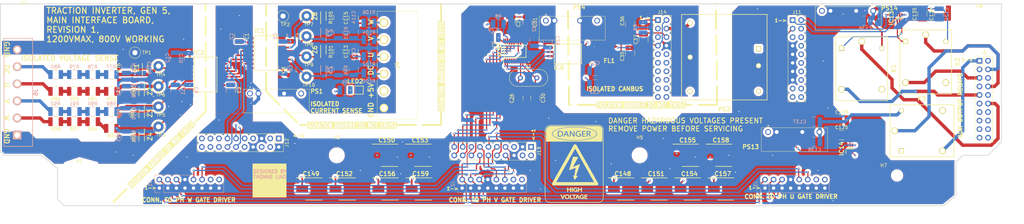
<source format=kicad_pcb>
(kicad_pcb (version 20241229) (generator "pcbnew") (generator_version "9.0")
  (layers (0 "F.Cu" signal) (4 "In1.Cu" signal) (6 "In2.Cu" signal) (8 "In3.Cu" signal) (10 "In4.Cu" signal) (2 "B.Cu" signal) (13 "F.Paste" user) (15 "B.Paste" user) (5 "F.SilkS" user "F.Silkscreen") (7 "B.SilkS" user "B.Silkscreen") (1 "F.Mask" user) (3 "B.Mask" user) (25 "Edge.Cuts" user))
  (net 0 "")
  (net 1 "/GND_A")
  (net 2 "/SPI2_ADC2_CS_A")
  (net 3 "/SPI2_SCK_A")
  (net 4 "/RELAY_3_A")
  (net 5 "/SPI1_TX_A")
  (net 6 "/RELAY_2_A")
  (net 7 "/SPI1_SCK_A")
  (net 8 "/SPI2_TX_A")
  (net 9 "/SPI1_RX_A")
  (net 10 "/RELAY_1_A")
  (net 11 "/SPI1_CAN_CS_A")
  (net 12 "/+3.3V_A")
  (net 13 "/SPI2_RX_A")
  (net 14 "/SPI2_ADC1_CS_A")
  (net 15 "/SPI1_CAN_INT_A")
  (net 16 "Net-(IC1-VDDF)")
  (net 17 "/ISENSE_GND_Y")
  (net 18 "Net-(IC1-REF)")
  (net 19 "Net-(IC2-VDDF)")
  (net 20 "/GND_U")
  (net 21 "Net-(IC2-REF)")
  (net 22 "Net-(IC5-OSC2)")
  (net 23 "/+12V_A")
  (net 24 "Net-(IC5-OSC1)")
  (net 25 "/ADC_1/VoltageSenseInputStage/LV_OUT")
  (net 26 "/ADC_1/VoltageSenseInputStage1/LV_OUT")
  (net 27 "/ADC_1/VoltageSenseInputStage2/LV_OUT")
  (net 28 "/ADC_1/VoltageSenseInputStage3/LV_OUT")
  (net 29 "/ADC_1/ADC2_5VFILTER_1/OUT")
  (net 30 "/ADC_1/ADC2_5VFILTER_2/OUT")
  (net 31 "/ADC_1/ADC2_5VFILTER_3/OUT")
  (net 32 "/ADC_1/ADC2_5VFILTER_4/OUT")
  (net 33 "/OutputRelays/+5V_A_INT_2")
  (net 34 "/OutputRelays/+5V_A_INT")
  (net 35 "Net-(IC6-CANH)")
  (net 36 "Net-(IC6-CANL)")
  (net 42 "Net-(IC5-RXCAN)")
  (net 44 "Net-(IC5-TXCAN)")
  (net 47 "Net-(IC5-~{RESET})")
  (net 50 "Net-(IC13-C2{slash}A2)")
  (net 51 "Net-(IC13-C1{slash}A1)")
  (net 52 "Net-(IC14-C2{slash}A2)")
  (net 53 "/FAULT")
  (net 54 "/READY")
  (net 55 "/RESET")
  (net 57 "/RELAY1_COM")
  (net 58 "/RELAY1_NO")
  (net 60 "/RELAY2_COM")
  (net 61 "/RELAY2_NO")
  (net 62 "/RELAY3_COM")
  (net 64 "/RELAY3_NO")
  (net 65 "Net-(LED2-A)")
  (net 66 "/+5V_Y")
  (net 67 "Net-(R77-Pad2)")
  (net 68 "Net-(R78-Pad2)")
  (net 69 "Net-(R79-Pad2)")
  (net 70 "/DC_LINK_VSENSE_U")
  (net 71 "Net-(R83-Pad2)")
  (net 72 "Net-(R84-Pad2)")
  (net 73 "Net-(R85-Pad2)")
  (net 74 "/PH_U_VSENSE_U")
  (net 75 "Net-(R89-Pad2)")
  (net 76 "Net-(R90-Pad2)")
  (net 77 "Net-(R91-Pad2)")
  (net 78 "/PH_V_VSENSE_U")
  (net 79 "Net-(R95-Pad2)")
  (net 80 "Net-(R96-Pad2)")
  (net 81 "Net-(R97-Pad2)")
  (net 82 "/PH_W_VSENSE_U")
  (net 83 "/ISENSE_DC_LINK_Y")
  (net 84 "/ISENSE_PH_U_Y")
  (net 85 "/ISENSE_PH_V_Y")
  (net 86 "/ISENSE_PH_W_Y")
  (net 87 "/CAN_GND")
  (net 88 "/CAN_5V_OUT")
  (net 89 "/CAN_HIGH")
  (net 90 "/CAN_LOW")
  (net 91 "/CAN_JUMPER_B")
  (net 92 "/CAN_24V_OUT")
  (net 93 "/PH_U_L")
  (net 94 "/PH_U_H")
  (net 95 "/PH_V_L")
  (net 96 "/PH_V_H")
  (net 97 "/PH_W_H")
  (net 98 "/PH_W_L")
  (footprint "Capacitor_SMD:C_1210_3225Metric_Pad1.33x2.70mm_HandSolder" (layer "F.Cu") (at 187.135 14.62 90)
    (property "Reference" "C35")
    (property "Value" "22pF")
  )
  (footprint "MountingHole:MountingHole_3.2mm_M3" (layer "F.Cu") (at 23.5 51)
    (property "Reference" "H1")
    (property "Value" "MountingHole")
  )
  (footprint "Capacitor_SMD:C_1210_3225Metric_Pad1.33x2.70mm_HandSolder" (layer "F.Cu") (at 154 28 -90)
    (property "Reference" "C26")
    (property "Value" "22pF")
  )
  (footprint "Resistor_SMD:R_1210_3225Metric_Pad1.30x2.65mm_HandSolder" (layer "F.Cu") (at 37.45 19 90)
    (property "Reference" "R76")
    (property "Value" "1k")
  )
  (footprint "InverterCom:SOD3716X135N" (layer "F.Cu") (at 96 13.635 90)
    (property "Reference" "Z6")
    (property "Value" "SZMMSZ4678T1G" (hide yes))
  )
  (footprint "TestPoint:TestPoint_Loop_D2.54mm_Drill1.5mm_Beaded" (layer "F.Cu") (at 84 3.635)
    (property "Reference" "TP2")
    (property "Value" "TestPoint")
  )
  (footprint "Capacitor_SMD:C_1210_3225Metric_Pad1.33x2.70mm_HandSolder" (layer "F.Cu") (at 250 39)
    (property "Reference" "C125")
    (property "Value" "10uF")
  )
  (footprint "InverterCom:LEDC3216X120N" (layer "F.Cu") (at 105.5 25.635 180)
    (property "Reference" "LED2")
    (property "Value" "LTST-C230CKT" (hide yes))
  )
  (footprint "InverterCom:SOIC127P1150X280-8N" (layer "F.Cu") (at 168.675 14.905)
    (property "Reference" "IC6")
    (property "Value" "ISO1042BDWVR" (hide yes))
  )
  (footprint "InverterCom:CAPAE660X800N" (layer "F.Cu") (at 204.8 55)
    (property "Reference" "C154")
    (property "Value" "UCM1H101MCL1GS" (hide yes))
  )
  (footprint "Connector_PinHeader_2.54mm:PinHeader_2x10_P2.54mm_Vertical" (layer "F.Cu") (at 235.46 4.84)
    (property "Reference" "J11")
    (property "Value" "Conn_02x10_Counter_Clockwise")
  )
  (footprint "Resistor_SMD:R_1210_3225Metric_Pad1.30x2.65mm_HandSolder" (layer "F.Cu") (at 22 26 180)
    (property "Reference" "R85")
    (property "Value" "250k")
  )
  (footprint "TestPoint:TestPoint_Loop_D2.54mm_Drill1.5mm_Beaded" (layer "F.Cu") (at 40 14.5)
    (property "Reference" "TP1")
    (property "Value" "TestPoint")
  )
  (footprint "Resistor_SMD:R_1210_3225Metric_Pad1.30x2.65mm_HandSolder" (layer "F.Cu") (at 16.45 26 180)
    (property "Reference" "R86")
    (property "Value" "250k")
  )
  (footprint "Resistor_SMD:R_1210_3225Metric_Pad1.30x2.65mm_HandSolder" (layer "F.Cu") (at 27.45 35 180)
    (property "Reference" "R96")
    (property "Value" "250k")
  )
  (footprint "Capacitor_SMD:C_1210_3225Metric_Pad1.33x2.70mm_HandSolder" (layer "F.Cu") (at 187.135 6.0575 90)
    (property "Reference" "C36")
    (property "Value" "22pF")
  )
  (footprint "MountingHole:MountingHole_4.3mm_M4" (layer "F.Cu") (at 100 45)
    (property "Reference" "H3")
    (property "Value" "MountingHole")
  )
  (footprint "TestPoint:TestPoint_Loop_D2.54mm_Drill1.5mm_Beaded" (layer "F.Cu") (at 91 3.635)
    (property "Reference" "TP7")
    (property "Value" "TestPoint")
  )
  (footprint "InverterCom:SOIC127P1032X265-16N" (layer "F.Cu") (at 61 21)
    (property "Reference" "IC2")
    (property "Value" "MAX22530AWE+" (hide yes))
  )
  (footprint "Capacitor_SMD:C_1210_3225Metric_Pad1.33x2.70mm_HandSolder" (layer "F.Cu") (at 105 14.1975 90)
    (property "Reference" "C113")
    (property "Value" "10nF")
  )
  (footprint "InverterCom:RKE1205SH" (layer "F.Cu") (at 228.175 38.085)
    (property "Reference" "PS13")
    (property "Value" "RKE-1205S_H" (hide yes))
  )
  (footprint "InverterCom:AWHSH105D00G" (layer "F.Cu") (at 267.8 43.7)
    (property "Reference" "K3")
    (property "Value" "AWHSH105D00G" (hide yes))
  )
  (footprint "InverterCom:RKE1205SH" (layer "F.Cu") (at 244.175 2.085)
    (property "Reference" "PS14")
    (property "Value" "RKE-1205S_H" (hide yes))
  )
  (footprint "Capacitor_SMD:C_1210_3225Metric_Pad1.33x2.70mm_HandSolder" (layer "F.Cu") (at 68.5 25.635 90)
    (property "Reference" "C3")
    (property "Value" "100nF")
  )
  (footprint "InverterCom:CAPAE660X800N" (layer "F.Cu") (at 124.9 55)
    (property "Reference" "C159")
    (property "Value" "UCM1H101MCL1GS" (hide yes))
  )
  (footprint "Capacitor_SMD:C_1210_3225Metric_Pad1.33x2.70mm_HandSolder" (layer "F.Cu") (at 274 3 90)
    (property "Reference" "C135")
    (property "Value" "10uF")
  )
  (footprint "InverterCom:RKE1205SH" (layer "F.Cu") (at 74.175 26.635)
    (property "Reference" "PS1")
    (property "Value" "RKE-1205S_H" (hide yes))
  )
  (footprint "InverterCom:CAPAE660X800N" (layer "F.Cu") (at 204.25 45)
    (property "Reference" "C155")
    (property "Value" "UCM1H101MCL1GS" (hide yes))
  )
  (footprint "TestPoint:TestPoint_Loop_D2.54mm_Drill1.5mm_Beaded" (layer "F.Cu") (at 91 21.635)
    (property "Reference" "TP10")
    (property "Value" "TestPoint")
  )
  (footprint "InverterCom:SOP65P640X120-20N" (layer "F.Cu") (at 152.975 14.062 90)
    (property "Reference" "IC5")
    (property "Value" "MCP2515-e_ST" (hide yes))
  )
  (footprint "Capacitor_SMD:C_1210_3225Metric_Pad1.33x2.70mm_HandSolder" (layer "F.Cu") (at 191.135 10.62 90)
    (property "Reference" "C37")
    (property "Value" "22pF")
  )
  (footprint "MountingHole:MountingHole_4.3mm_M4" (layer "F.Cu") (at 291 6)
    (property "Reference" "H8")
    (property "Value" "MountingHole")
  )
  (footprint "Crystal:Crystal_HC49-4H_Vertical" (layer "F.Cu") (at 154.55 22)
    (property "Reference" "Y1")
    (property "Value" "8MHz")
  )
  (footprint "InverterCom:SOT65P210X110-6N" (layer "F.Cu") (at 252.5 43 90)
    (property "Reference" "IC14")
    (property "Value" "DRDNB21D-7" (hide yes))
  )
  (footprint "TestPoint:TestPoint_Loop_D2.54mm_Drill1.5mm_Beaded" (layer "F.Cu") (at 91 9.635)
    (property "Reference" "TP8")
    (property "Value" "TestPoint")
  )
  (footprint "Resistor_SMD:R_1210_3225Metric_Pad1.30x2.65mm_HandSolder" (layer "F.Cu") (at 33 26 180)
    (property "Reference" "R83")
    (property "Value" "250k")
  )
  (footprint "Capacitor_SMD:C_1210_3225Metric_Pad1.33x2.70mm_HandSolder" (layer "F.Cu") (at 86.5 19.635 90)
    (property "Reference" "C8")
    (property "Value" "1uF")
  )
  (footprint "InverterCom:SOD3716X135N" (layer "F.Cu") (at 42 39.45 -90)
    (property "Reference" "Z4")
    (property "Value" "SZMMSZ4678T1G" (hide yes))
  )
  (footprint "InverterCom:CAPAE660X800N" (layer "F.Cu") (at 185 55)
    (property "Reference" "C148")
    (property "Value" "UCM1H101MCL1GS" (hide yes))
  )
  (footprint "Resistor_SMD:R_1210_3225Metric_Pad1.30x2.65mm_HandSolder" (layer "F.Cu") (at 100.5 14.1975 90)
    (property "Reference" "R101")
    (property "Value" "1k")
  )
  (footprint "Resistor_SMD:R_1210_3225Metric_Pad1.30x2.65mm_HandSolder" (layer "F.Cu") (at 37 32.55 -90)
    (property "Reference" "R87")
    (property "Value" "2k")
  )
  (footprint "InverterCom:CAPAE660X800N" (layer "F.Cu") (at 214.15 45)
    (property "Reference" "C158")
    (property "Value" "UCM1H101MCL1GS" (hide yes))
  )
  (footprint "Capacitor_SMD:C_1210_3225Metric_Pad1.33x2.70mm_HandSolder" (layer "F.Cu") (at 71 9.635 -90)
    (property "Reference" "C1")
    (property "Value" "100nF")
  )
  (footprint "InverterCom:ACT45B1012PTL003" (layer "F.Cu") (at 179.96 13.905)
    (property "Reference" "FL1")
    (property "Value" "ACT45B-101-2P-TL003" (hide yes))
  )
  (footprint "Connector_PinHeader_2.54mm:PinHeader_2x10_P2.54mm_Vertical" (layer "F.Cu") (at 291 16.92)
    (property "Reference" "J5")
    (property "Value" "Conn_02x10_Counter_Clockwise")
  )
  (footprint "InverterCom:CAPAE660X800N" (layer "F.Cu") (at 194.9 55)
    (property "Reference" "C151")
    (property "Value" "UCM1H101MCL1GS" (hide yes))
  )
  (footprint "Capacitor_SMD:C_1210_3225Metric_Pad1.33x2.70mm_HandSolder" (layer "F.Cu") (at 159 28 -90)
    (property "Reference" "C30")
    (property "Value" "22pF")
  )
  (footprint "TestPoint:TestPoint_Loop_D2.54mm_Drill1.5mm_Beaded" (layer "F.Cu") (at 91 15.635)
    (property "Reference" "TP9")
    (property "Value" "TestPoint")
  )
  (footprint "InverterCom:CAPAE660X800N" (layer "F.Cu") (at 114.85 45)
    (property "Reference" "C150")
    (property "Value" "UCM1H101MCL1GS" (hide yes))
  )
  (footprint "InverterCom:TBP01R150806BE" (layer "F.Cu") (at 114 5.555 -90)
    (property "Reference" "J4")
    (property "Value" "TBP01R1-508-06BE" (hide yes))
  )
  (footprint "MountingHole:MountingHole_4.3mm_M4" (layer "F.Cu") (at 7 5)
    (property "Reference" "H4")
    (property "Value" "MountingHole")
  )
  (footprint "InverterCom:CAPAE660X800N" (layer "F.Cu") (at 92.35 55)
    (property "Reference" "C149")
    (property "Value" "UCM1H101MCL1GS" (hide yes))
  )
  (footprint "Connector_PinHeader_2.54mm:PinHeader_2x10_P2.54mm_Vertical" (layer "F.Cu") (at 195.42 4.8)
    (property "Reference" "J14")
    (property "Value" "Conn_02x10_Counter_Clockwise")
  )
  (footprint "InverterCom:RKE1205SH" (layer "F.Cu") (at 162.135 4.99)
    (property "Reference" "PS4")
    (property "Value" "RKE-1205S_H" (hide yes))
  )
  (footprint "InverterCom:CAPAE660X800N" (layer "F.Cu") (at 102.25 55)
    (property "Reference" "C152")
    (property "Value" "UCM1H101MCL1GS" (hide yes))
  )
  (footprint "InverterCom:REC10K-AW" (layer "F.Cu") (at 215.16 15.84 180)
    (property "Reference" "PS2")
    (property "Value" "REC10K-2424DAW_H2" (hide yes))
  )
  (footprint "Connector_PinHeader_2.54mm:PinHeader_2x10_P2.54mm_Vertical" (layer "F.Cu") (at 157.75 42.5 -90)
    (property "Reference" "J13")
    (property "Value" "Conn_02x10_Counter_Clockwise")
  )
  (footprint "Capacitor_SMD:C_1210_3225Metric_Pad1.33x2.70mm_HandSolder" (layer "F.Cu") (at 151.675 5.4675 -90)
    (property "Reference" "C27")
    (property "Value" "10uF")
  )
  (footprint "MountingHole:MountingHole_4.3mm_M4" (layer "F.Cu") (at 190 45)
    (property "Reference" "H5")
    (property "Value" "MountingHole")
  )
  (footprint "TestPoint:TestPoint_Loop_D2.54mm_Drill1.5mm_Beaded" (layer "F.Cu") (at 47 30.5)
    (property "Reference" "TP5")
    (property "Value" "TestPoint")
  )
  (footprint "InverterCom:SOD3716X135N" (layer "F.Cu") (at 42 32.55 -90)
    (property "Reference" "Z3")
    (property "Value" "SZMMSZ4678T1G" (hide yes))
  )
  (footprint "Capacitor_SMD:C_1210_3225Metric_Pad1.33x2.70mm_HandSolder" (layer "F.Cu") (at 156.675 5.4675 -90)
    (property "Reference" "C31")
    (property "Value" "100nF")
  )
  (footprint "InverterCom:CAPAE660X800N" (layer "F.Cu") (at 115 55)
    (property "Reference" "C156")
    (property "Value" "UCM1H101MCL1GS" (hide yes))
  )
  (footprint "InverterCom:CAPAE660X800N" (layer "F.Cu") (at 214.7 55)
    (property "Reference" "C157")
    (property "Value" "UCM1H101MCL1GS" (hide yes))
  )
  (footprint "InverterCom:SOD3716X135N" (layer "F.Cu") (at 43 19 90)
    (property "Reference" "Z1")
    (property "Value" "SZMMSZ4678T1G" (hide yes))
  )
  (footprint "Connector_PinHeader_2.54mm:PinHeader_2x10_P2.54mm_Vertical" (layer "F.Cu") (at 82.75 40 -90)
    (property "Reference" "J12")
    (property "Value" "Conn_02x10_Counter_Clockwise")
  )
  (footprint "Resistor_SMD:R_1210_3225Metric_Pad1.30x2.65mm_HandSolder" (layer "F.Cu") (at 100.5 4.085 90)
    (property "Reference" "R105")
    (property "Value" "1k")
  )
  (footprint "TestPoint:TestPoint_Loop_D2.54mm_Drill1.5mm_Beaded" (layer "F.Cu") (at 47 24.5)
    (property "Reference" "TP6")
    (property "Value" "TestPoint")
  )
  (footprint "MountingHole:MountingHole_3.2mm_M3" (layer "F.Cu") (at 266.5 51)
    (property "Reference" "H7")
    (property "Value" "MountingHole")
  )
  (footprint "InverterCom:HIGHVOLTAGE_20mm" (layer "F.Cu") (at 170.5 47.5)
    (property "Reference" "G***" (hide yes))
    (property "Value" "LOGO" (hide yes))
  )
  (footprint "Resistor_SMD:R_1210_3225Metric_Pad1.30x2.65mm_HandSolder" (layer "F.Cu") (at 22 35 180)
    (property "Reference" "R97")
    (property "Value" "250k")
  )
  (footprint "InverterCom:SOD3716X135N" (layer "F.Cu") (at 96 3.635 90)
    (property "Reference" "Z8")
    (property "Value" "SZMMSZ4678T1G" (hide yes))
  )
  (footprint "Resistor_SMD:R_1210_3225Metric_Pad1.30x2.65mm_HandSolder" (layer "F.Cu") (at 37.45 26 -90)
    (property "Reference" "R82")
    (property "Value" "1k")
  )
  (footprint "InverterCom:CAPAE660X800N" (layer "F.Cu") (at 124.75 45)
    (property "Reference" "C153")
    (property "Value" "UCM1H101MCL1GS" (hide yes))
  )
  (footprint "InverterCom:AWHSH105D00G" (layer "F.Cu") (at 250 13.175 -90)
    (property "Reference" "K1")
    (property "Value" "AWHSH105D00G" (hide yes))
  )
  (footprint "Resistor_SMD:R_1210_3225Metric_Pad1.30x2.65mm_HandSolder" (layer "F.Cu") (at 37.45 39.45 -90)
    (property "Reference" "R94")
    (property "Value" "1k")
  )
  (footprint "InverterCom:AWHSH105D00G" (layer "F.Cu") (at 269 11.175 -90)
    (property "Reference" "K2")
    (property "Value" "AWHSH105D00G" (hide yes))
  )
  (footprint "Resistor_SMD:R_1210_3225Metric_Pad1.30x2.65mm_HandSolder" (layer "F.Cu") (at 16.45 35 180)
    (property "Reference" "R98")
    (property "Value" "250k")
  )
  (footprint "InverterCom:SOT65P210X110-6N" (layer "F.Cu") (at 267.25 4.25 90)
    (property "Reference" "IC13")
    (property "Value" "DRDNB21D-7" (hide yes))
  )
  (footprint "TestPoint:TestPoint_Loop_D2.54mm_Drill1.5mm_Beaded" (layer "F.Cu") (at 47 36.5)
    (property "Reference" "TP3")
    (property "Value" "TestPoint")
  )
  (footprint "Resistor_SMD:R_1210_3225Metric_Pad1.30x2.65mm_HandSolder" (layer "F.Cu") (at 27.45 26 180)
    (property "Reference" "R84")
    (property "Value" "250k")
  )
  (footprint "Resistor_SMD:R_1210_3225Metric_Pad1.30x2.65mm_HandSolder" (layer "F.Cu") (at 33 37 180)
    (property "Reference" "R95")
    (property "Value" "250k")
  )
  (footprint "Capacitor_SMD:C_1210_3225Metric_Pad1.33x2.70mm_HandSolder" (layer "F.Cu") (at 146.4375 10 180)
    (property "Reference" "C25")
    (property "Value" "100nF")
  )
  (footprint "InverterCom:SOD3716X135N" (layer "F.Cu") (at 42 26 -90)
    (property "Reference" "Z2")
    (property "Value" "SZMMSZ4678T1G" (hide yes))
  )
  (footprint "Capacitor_SMD:C_1210_3225Metric_Pad1.33x2.70mm_HandSolder" (layer "F.Cu") (at 86.5 9.5725 -90)
    (property "Reference" "C7")
    (property "Value" "1uF")
  )
  (footprint "InverterCom:SOIC127P1032X265-16N" (layer "F.Cu") (at 79 14.635 180)
    (property "Reference" "IC1")
    (property "Value" "MAX22530AWE+" (hide yes))
  )
  (footprint "Capacitor_SMD:C_1210_3225Metric_Pad1.33x2.70mm_HandSolder" (layer "F.Cu") (at 105 4.1975 90)
    (property "Reference" "C115")
    (property "Value" "10nF")
  )
  (footprint "Capacitor_SMD:C_1210_3225Metric_Pad1.33x2.70mm_HandSolder" (layer "F.Cu") (at 250 34.5)
    (property "Reference" "C139")
    (property "Value" "10uF")
  )
  (footprint "Capacitor_SMD:C_1210_3225Metric_Pad1.33x2.70mm_HandSolder" (layer "F.Cu") (at 279 3 90)
    (property "Reference" "C134")
    (property "Value" "10uF")
  )
  (footprint "TestPoint:TestPoint_Loop_D2.54mm_Drill1.5mm_Beaded" (layer "F.Cu") (at 47 18.5)
    (property "Reference" "TP4")
    (property "Value" "TestPoint")
  )
  (footprint "Resistor_SMD:R_1210_3225Metric_Pad1.30x2.65mm_HandSolder" (layer "B.Cu") (at 22 32 180)
    (property "Reference" "R91")
    (property "Value" "250k")
  )
  (footprint "Connector_PinSocket_2.54mm:PinSocket_2x08_P2.54mm_Vertical" (layer "B.Cu") (at 227.25 54.75 -90)
    (property "Reference" "J3")
    (property "Value" "Conn_02x08_Counter_Clockwise")
  )
  (footprint "Resistor_SMD:R_1210_3225Metric_Pad1.30x2.65mm_HandSolder" (layer "B.Cu") (at 37.45 26 -90)
    (property "Reference" "R81")
    (property "Value" "2k")
  )
  (footprint "Resistor_SMD:R_1210_3225Metric_Pad1.30x2.65mm_HandSolder" (layer "B.Cu") (at 22 21 180)
    (property "Reference" "R79")
    (property "Value" "250k")
  )
  (footprint "Resistor_SMD:R_1210_3225Metric_Pad1.30x2.65mm_HandSolder" (layer "B.Cu") (at 109.55 10.635)
    (property "Reference" "R104")
    (property "Value" "5k")
  )
  (footprint "Resistor_SMD:R_1210_3225Metric_Pad1.30x2.65mm_HandSolder" (layer "B.Cu") (at 27.45 32 180)
    (property "Reference" "R90")
    (property "Value" "250k")
  )
  (footprint "Capacitor_SMD:C_1210_3225Metric_Pad1.33x2.70mm_HandSolder" (layer "B.Cu") (at 257 5)
    (property "Reference" "C136")
    (property "Value" "10uF")
  )
  (footprint "Capacitor_SMD:C_1210_3225Metric_Pad1.33x2.70mm_HandSolder" (layer "B.Cu") (at 68.5 25.635 90)
    (property "Reference" "C4")
    (property "Value" "1uF")
  )
  (footprint "Capacitor_SMD:C_1210_3225Metric_Pad1.33x2.70mm_HandSolder" (layer "B.Cu") (at 42 32.55 -90)
    (property "Reference" "C110")
    (property "Value" "10nF")
  )
  (footprint "Capacitor_SMD:C_1210_3225Metric_Pad1.33x2.70mm_HandSolder" (layer "B.Cu") (at 71 9.635 -90)
    (property "Reference" "C2")
    (property "Value" "1uF")
  )
  (footprint "Resistor_SMD:R_1210_3225Metric_Pad1.30x2.65mm_HandSolder" (layer "B.Cu") (at 109.55 15.635)
    (property "Reference" "R102")
    (property "Value" "5k")
  )
  (footprint "Resistor_SMD:R_1210_3225Metric_Pad1.30x2.65mm_HandSolder" (layer "B.Cu") (at 37.45 39.45 -90)
    (property "Reference" "R93")
    (property "Value" "2k")
  )
  (footprint "Capacitor_SMD:C_1210_3225Metric_Pad1.33x2.70mm_HandSolder" (layer "B.Cu") (at 146.4375 10 180)
    (property "Reference" "C29")
    (property "Value" "10uF")
  )
  (footprint "Capacitor_SMD:C_1210_3225Metric_Pad1.33x2.70mm_HandSolder" (layer "B.Cu") (at 242 41)
    (property "Reference" "C138")
    (property "Value" "10uF")
  )
  (footprint "Capacitor_SMD:C_1210_3225Metric_Pad1.33x2.70mm_HandSolder" (layer "B.Cu") (at 84 9.635 -90)
    (property "Reference" "C5")
    (property "Value" "100nF")
  )
  (footprint "Capacitor_SMD:C_1210_3225Metric_Pad1.33x2.70mm_HandSolder" (layer "B.Cu") (at 279 3 90)
    (property "Reference" "C124")
    (property "Value" "10uF")
  )
  (footprint "InverterCom:SOD3716X135N" (layer "B.Cu") (at 96 8.635 90)
    (property "Reference" "Z7")
    (property "Value" "SZMMSZ4678T1G" (hide yes))
  )
  (footprint "Resistor_SMD:R_1210_3225Metric_Pad1.30x2.65mm_HandSolder" (layer "B.Cu") (at 100.5 8.635 90)
    (property "Reference" "R103")
    (property "Value" "1k")
  )
  (footprint "InverterCom:TBP01R250806BE" (layer "B.Cu") (at 5 39 90)
    (property "Reference" "J6")
    (property "Value" "TBP01R2-508-06BE" (hide yes))
  )
  (footprint "Capacitor_SMD:C_1210_3225Metric_Pad1.33x2.70mm_HandSolder" (layer "B.Cu") (at 176.675 19.905 180)
    (property "Reference" "C34")
    (property "Value" "100nF")
  )
  (footprint "Capacitor_SMD:C_1210_3225Metric_Pad1.33x2.70mm_HandSolder" (layer "B.Cu") (at 105 8.635 90)
    (property "Reference" "C114")
    (property "Value" "10nF")
  )
  (footprint "Resistor_SMD:R_1210_3225Metric_Pad1.30x2.65mm_HandSolder" (layer "B.Cu") (at 191 7 -90)
    (property "Reference" "R9")
    (property "Value" "120")
  )
  (footprint "Capacitor_SMD:C_1210_3225Metric_Pad1.33x2.70mm_HandSolder" (layer "B.Cu") (at 56 25.635 90)
    (property "Reference" "C9")
    (property "Value" "100nF")
  )
  (footprint "Capacitor_SMD:C_1210_3225Metric_Pad1.33x2.70mm_HandSolder" (layer "B.Cu") (at 176.675 23.905)
    (property "Reference" "C33")
    (property "Value" "10uF")
  )
  (footprint "Resistor_SMD:R_1210_3225Metric_Pad1.30x2.65mm_HandSolder" (layer "B.Cu") (at 100.5 19.635 90)
    (property "Reference" "R99")
    (property "Value" "1k")
  )
  (footprint "Capacitor_SMD:C_1210_3225Metric_Pad1.33x2.70mm_HandSolder" (layer "B.Cu") (at 42 19 90)
    (property "Reference" "C108")
    (property "Value" "10nF")
  )
  (footprint "Capacitor_SMD:C_1210_3225Metric_Pad1.33x2.70mm_HandSolder" (layer "B.Cu") (at 52 25.635 90)
    (property "Reference" "C11")
    (property "Value" "1uF")
  )
  (footprint "Capacitor_SMD:C_1210_3225Metric_Pad1.33x2.70mm_HandSolder" (layer "B.Cu") (at 84 19.135 90)
    (property "Reference" "C6")
    (property "Value" "100nF")
  )
  (footprint "Connector_PinSocket_2.54mm:PinSocket_2x08_P2.54mm_Vertical" (layer "B.Cu") (at 137.25 54.75 -90)
    (property "Reference" "J2")
    (property "Value" "Conn_02x08_Counter_Clockwise")
  )
  (footprint "Resistor_SMD:R_1210_3225Metric_Pad1.30x2.65mm_HandSolder" (layer "B.Cu") (at 102.45 25.635 180)
    (property "Reference" "R5")
    (property "Value" "1k")
  )
  (footprint "Capacitor_SMD:C_1210_3225Metric_Pad1.33x2.70mm_HandSolder" (layer "B.Cu") (at 242 35)
    (property "Reference" "C137")
    (property "Value" "10uF")
  )
  (footprint "Capacitor_SMD:C_1210_3225Metric_Pad1.33x2.70mm_HandSolder" (layer "B.Cu") (at 42 39.45 -90)
    (property "Reference" "C111")
    (property "Value" "10nF")
  )
  (footprint "Resistor_SMD:R_1210_3225Metric_Pad1.30x2.65mm_HandSolder" (layer "B.Cu") (at 37.45 32.55 -90)
    (property "Reference" "R88")
    (property "Value" "1k")
  )
  (footprint "Resistor_SMD:R_1210_3225Metric_Pad1.30x2.65mm_HandSolder" (layer "B.Cu") (at 109.55 5.635)
    (property "Reference" "R106")
    (property "Value" "5k")
  )
  (footprint "Capacitor_SMD:C_1210_3225Metric_Pad1.33x2.70mm_HandSolder" (layer "B.Cu") (at 158.675 10.905 90)
    (property "Reference" "C32")
    (property "Value" "100nF")
  )
  (footprint "Connector_PinSocket_2.54mm:PinSocket_2x08_P2.54mm_Vertical" (layer "B.Cu") (at 47.25 54.75 -90)
    (property "Reference" "J1")
    (property "Value" "Conn_02x08_Counter_Clockwise")
  )
  (footprint "Capacitor_SMD:C_1210_3225Metric_Pad1.33x2.70mm_HandSolder" (layer "B.Cu") (at 42 26 -90)
    (property "Reference" "C109")
    (property "Value" "10nF")
  )
  (footprint "Resistor_SMD:R_1210_3225Metric_Pad1.30x2.65mm_HandSolder" (layer "B.Cu") (at 148 6 180)
    (property "Reference" "R8")
    (property "Value" "4.7k")
  )
  (footprint "Resistor_SMD:R_1210_3225Metric_Pad1.30x2.65mm_HandSolder" (layer "B.Cu") (at 37.45 19 90)
    (property "Reference" "R75")
    (property "Value" "2k")
  )
  (footprint "InverterCom:SOD3716X135N" (layer "B.Cu") (at 96 19.635 90)
    (property "Reference" "Z5")
    (property "Value" "SZMMSZ4678T1G" (hide yes))
  )
  (footprint "Capacitor_SMD:C_1210_3225Metric_Pad1.33x2.70mm_HandSolder" (layer "B.Cu") (at 105 19.635 90)
    (property "Reference" "C112")
    (property "Value" "10nF")
  )
  (footprint "Resistor_SMD:R_1210_3225Metric_Pad1.30x2.65mm_HandSolder" (layer "B.Cu") (at 33 21 180)
    (property "Reference" "R77")
    (property "Value" "250k")
  )
  (footprint "Resistor_SMD:R_1210_3225Metric_Pad1.30x2.65mm_HandSolder" (layer "B.Cu") (at 27.45 21 180)
    (property "Reference" "R78")
    (property "Value" "250k")
  )
  (footprint "Resistor_SMD:R_1210_3225Metric_Pad1.30x2.65mm_HandSolder" (layer "B.Cu") (at 109.55 20.635)
    (property "Reference" "R100")
    (property "Value" "5k")
  )
  (footprint "Resistor_SMD:R_1210_3225Metric_Pad1.30x2.65mm_HandSolder" (layer "B.Cu") (at 16.45 21 180)
    (property "Reference" "R80")
    (property "Value" "250k")
  )
  (footprint "Capacitor_SMD:C_1210_3225Metric_Pad1.33x2.70mm_HandSolder" (layer "B.Cu") (at 162.675 11.3425 -90)
    (property "Reference" "C28")
    (property "Value" "10uF")
  )
  (footprint "Resistor_SMD:R_1210_3225Metric_Pad1.30x2.65mm_HandSolder" (layer "B.Cu") (at 33 32 180)
    (property "Reference" "R89")
    (property "Value" "250k")
  )
  (footprint "Capacitor_SMD:C_1210_3225Metric_Pad1.33x2.70mm_HandSolder" (layer "B.Cu") (at 56 16.1975 -90)
    (property "Reference" "C10")
    (property "Value" "100nF")
  )
  (footprint "Resistor_SMD:R_1210_3225Metric_Pad1.30x2.65mm_HandSolder" (layer "B.Cu") (at 16.45 32 180)
    (property "Reference" "R92")
    (property "Value" "250k")
  )
  (footprint "Capacitor_SMD:C_1210_3225Metric_Pad1.33x2.70mm_HandSolder" (layer "B.Cu") (at 52 16.0725 -90)
    (property "Reference" "C12")
    (property "Value" "1uF")
  )
  (gr_line (start 79 26) (end 79 0) (stroke (width 0.5) (type dash)) (layer "F.SilkS"))
  (gr_line (start 177 30) (end 169 30) (stroke (width 0.5) (type dash)) (layer "F.SilkS"))
  (gr_rect (start 75 47.5) (end 85 57.5) (stroke (width 0.1)) (fill yes) (layer "F.SilkS"))
  (gr_line (start 213 30) (end 204 30) (stroke (width 0.5) (type dash)) (layer "F.SilkS"))
  (gr_line (start 131 36) (end 131 32) (stroke (width 0.5) (type dash)) (layer "F.SilkS"))
  (gr_line (start 61 32) (end 58 35) (stroke (width 0.5) (type dash)) (layer "F.SilkS"))
  (gr_line (start 91 36) (end 89 36) (stroke (width 0.5) (type dash)) (layer "F.SilkS"))
  (gr_line (start 169 30) (end 168.675 0) (stroke (width 0.5) (type dash)) (layer "F.SilkS"))
  (gr_line (start 79 26) (end 89 36) (stroke (width 0.5) (type dash)) (layer "F.SilkS"))
  (gr_line (start 213 30) (end 212.675 0) (stroke (width 0.5) (type dash)) (layer "F.SilkS"))
  (gr_line (start 37.5 55) (end 32.5 60) (stroke (width 0.5) (type dash)) (layer "F.SilkS"))
  (gr_line (start 131 5) (end 131 0) (stroke (width 0.5) (type dash)) (layer "F.SilkS"))
  (gr_line (start 131 36) (end 118 36) (stroke (width 0.5) (type dash)) (layer "F.SilkS"))
  (gr_line (start 61 32) (end 61 0) (stroke (width 0.5) (type dash)) (layer "F.SilkS"))
  (gr_poly (pts (xy 0 0) (xy 0 44) (xy 1 45) (xy 12.299999 45) (xy 17 48.916665) (xy 17 58) (xy 19 60) (xy 280.25 60) (xy 284 57) (xy 284 47) (xy 286 45) (xy 293.5 45) (xy 297.5 41) (xy 297.5 0)) (stroke (width 0.2)) (fill no) (layer "Edge.Cuts"))
  (gr_text "AUX OUTPUT RELAYS" (at 286 40 90) (layer "F.SilkS") (effects (font (size 1.25 1.25) (thickness 0.3) (bold yes)) (justify left bottom)))
  (gr_text "ISOLATION BARRIER DO NOT CROSS" (at 39 55 45) (layer "F.SilkS" knockout) (effects (font (size 1.5 1) (thickness 0.25) (bold yes)) (justify left bottom)))
  (gr_text "<-1" (at 86.75 39.75 0) (layer "F.SilkS") (effects (font (size 1 1) (thickness 0.25) (bold yes)) (justify left bottom)))
  (gr_text "TRACTION INVERTER, GEN 5,\nMAIN INTERFACE BOARD,\nREVISION 1,\n1200VMAX, 800V WORKING" (at 13.5 11.5 0) (layer "F.SilkS") (effects (font (size 1.75 1.75) (thickness 0.3) (bold yes)) (justify left bottom)))
  (gr_text "GND  DC  U   V   W  GND" (at 1 11 270) (layer "F.SilkS") (effects (font (size 1.5 1.5) (thickness 0.3) (bold yes)) (justify left bottom)))
  (gr_text "1->" (at 132.5 55.5 0) (layer "F.SilkS") (effects (font (size 1 1) (thickness 0.25) (bold yes)) (justify left bottom)))
  (gr_text "DANGER HAZARDOUS VOLTAGES PRESENT\nREMOVE POWER BEFORE SERVICING" (at 180.5 38 0) (layer "F.SilkS") (effects (font (size 1.5 1.5) (thickness 0.25) (bold yes)) (justify left bottom)))
  (gr_text "1->" (at 230 5.5 0) (layer "F.SilkS") (effects (font (size 1 1) (thickness 0.25) (bold yes)) (justify left bottom)))
  (gr_text "CONN. TO PH U GATE DRIVER" (at 235 58 0) (layer "F.SilkS") (effects (font (size 1.25 1.25) (thickness 0.3) (bold yes)) (justify bottom)))
  (gr_text "ISOLATION BARRIER DO NOT CROSS" (at 177 31 0) (layer "F.SilkS" knockout) (effects (font (size 1.5 1) (thickness 0.25) (bold yes)) (justify left bottom)))
  (gr_text "<-1" (at 159 40.75 90) (layer "F.SilkS") (effects (font (size 1 1) (thickness 0.25) (bold yes)) (justify left bottom)))
  (gr_text "1->" (at 42.75 55.25 0) (layer "F.SilkS") (effects (font (size 1 1) (thickness 0.25) (bold yes)) (justify left bottom)))
  (gr_text "CONN. TO PH V GATE DRIVER" (at 147 59 0) (layer "F.SilkS") (effects (font (size 1.25 1.25) (thickness 0.3) (bold yes)) (justify bottom)))
  (gr_text "ISOLATED \nCURRENT SENSE" (at 92 32.5 0) (layer "F.SilkS") (effects (font (size 1.25 1.25) (thickness 0.3) (bold yes)) (justify left bottom)))
  (gr_text "1->" (at 285.5 17.25 0) (layer "F.SilkS") (effects (font (size 1 1) (thickness 0.25) (bold yes)) (justify left bottom)))
  (gr_text "ISOLATION BARRIER DO NOT CROSS" (at 91 37 0) (layer "F.SilkS" knockout) (effects (font (size 1.5 1) (thickness 0.25) (bold yes)) (justify left bottom)))
  (gr_text "ISOLATION BARRIER DO NOT CROSS" (at 132 32 90) (layer "F.SilkS" knockout) (effects (font (size 1.5 1) (thickness 0.25) (bold yes)) (justify left bottom)))
  (gr_text "ISOLATED CANBUS\n" (at 174 26 0) (layer "F.SilkS") (effects (font (size 1.25 1.25) (thickness 0.3) (bold yes)) (justify left bottom)))
  (gr_text "CONN. TO PH W GATE DRIVER" (at 56 59 0) (layer "F.SilkS") (effects (font (size 1.25 1.25) (thickness 0.3) (bold yes)) (justify bottom)))
  (gr_text "GND +5V  DC  U   V   W" (at 111 34 90) (layer "F.SilkS") (effects (font (size 1.5 1.5) (thickness 0.3) (bold yes)) (justify left bottom)))
  (gr_text "ISOLATED VOLTAGE SENSE" (at 6 17 0) (layer "F.SilkS") (effects (font (size 1.5 1.5) (thickness 0.3) (bold yes)) (justify left bottom)))
  (gr_text "1->" (at 189.75 4.75 0) (layer "F.SilkS") (effects (font (size 1 1) (thickness 0.25) (bold yes)) (justify left bottom)))
  (gr_text "1->" (at 222.25 55.25 0) (layer "F.SilkS") (effects (font (size 1 1) (thickness 0.25) (bold yes)) (justify left bottom)))
  (gr_text "DESIGNED BY\nTHOMAS LIAO" (at 75 52 0) (layer "B.SilkS") (effects (font (size 1 1) (thickness 0.25) (bold yes)) (justify left bottom)))
  (segment (start 264.876 4.374) (end 264.5 4.75) (width 0.35) (layer "F.Cu") (net 1))
  (segment (start 156.75 17) (end 157 17.25) (width 0.35) (layer "F.Cu") (net 1))
  (segment (start 267.25 5.25) (end 267.25 4.4) (width 0.35) (layer "F.Cu") (net 1))
  (segment (start 251 42) (end 251.202 42) (width 0.25) (layer "F.Cu") (net 1))
  (segment (start 267.25 4.4) (end 267.224 4.374) (width 0.35) (layer "F.Cu") (net 1))
  (segment (start 268.874 4.374) (end 269.25 4.75) (width 0.35) (layer "F.Cu") (net 1))
  (segment (start 62.5 54.83) (end 62.46 54.79) (width 0.35) (layer "F.Cu") (net 1))
  (segment (start 267.25 4.4) (end 267.276 4.374) (width 0.35) (layer "F.Cu") (net 1))
  (segment (start 267.276 4.374) (end 268.874 4.374) (width 0.35) (layer "F.Cu") (net 1))
  (segment (start 240 54.87) (end 239.92 54.79) (width 0.35) (layer "F.Cu") (net 1))
  (segment (start 251.202 42) (end 250 42) (width 0.25) (layer "F.Cu") (net 1))
  (segment (start 155.9 17) (end 156.75 17) (width 0.35) (layer "F.Cu") (net 1))
  (segment (start 267.224 4.374) (end 264.876 4.374) (width 0.35) (layer "F.Cu") (net 1))
  (segment (start 251.85 42) (end 251 42) (width 0.25) (layer "F.Cu") (net 1))
  (segment (start 252.5 44) (end 252.5 45.5) (width 0.25) (layer "F.Cu") (net 1))
  (segment (start 252.5 45.5) (end 252 46) (width 0.25) (layer "F.Cu") (net 1))
  (via (at 243 49.5) (size 0.6) (drill 0.3) (layers "F.Cu" "B.Cu") (net 1))
  (via (at 107 49.5) (size 0.6) (drill 0.3) (layers "F.Cu" "B.Cu") (net 1))
  (via (at 269.25 4.75) (size 0.6) (drill 0.3) (layers "F.Cu" "B.Cu") (net 1))
  (via (at 247.5 58.5) (size 0.6) (drill 0.3) (layers "F.Cu" "B.Cu") (net 1))
  (via (at 157.5 49.5) (size 0.6) (drill 0.3) (layers "F.Cu" "B.Cu") (net 1))
  (via (at 71 3.5) (size 0.6) (drill 0.3) (layers "F.Cu" "B.Cu") (net 1))
  (via (at 219.5 32) (size 0.6) (drill 0.3) (layers "F.Cu" "B.Cu") (net 1))
  (via (at 55.5 45.5) (size 0.6) (drill 0.3) (layers "F.Cu" "B.Cu") (net 1))
  (via (at 216.5 45) (size 0.6) (drill 0.3) (layers "F.Cu" "B.Cu") (net 1))
  (via (at 165 46.5) (size 0.6) (drill 0.3) (layers "F.Cu" "B.Cu") (net 1))
  (via (at 246 31) (size 0.6) (drill 0.3) (layers "F.Cu" "B.Cu") (net 1))
  (via (at 160 43) (size 0.6) (drill 0.3) (layers "F.Cu" "B.Cu") (net 1))
  (via (at 244.5 17) (size 0.6) (drill 0.3) (layers "F.Cu" "B.Cu") (net 1))
  (via (at 127.5 45.5) (size 0.6) (drill 0.3) (layers "F.Cu" "B.Cu") (net 1))
  (via (at 250.5 3) (size 0.6) (drill 0.3) (layers "F.Cu" "B.Cu") (net 1))
  (via (at 206.5 45.5) (size 0.6) (drill 0.3) (layers "F.Cu" "B.Cu") (net 1))
  (via (at 218.5 50) (size 0.6) (drill 0.3) (layers "F.Cu" "B.Cu") (net 1))
  (via (at 264.5 4.75) (size 0.6) (drill 0.3) (layers "F.Cu" "B.Cu") (net 1))
  (via (at 74.5 23.5) (size 0.6) (drill 0.3) (layers "F.Cu" "B.Cu") (net 1))
  (via (at 225 1.5) (size 0.6) (drill 0.3) (layers "F.Cu" "B.Cu") (net 1))
  (via (at 157 17.25) (size 0.6) (drill 0.3) (layers "F.Cu" "B.Cu") (net 1))
  (via (at 181.5 47.5) (size 0.6) (drill 0.3) (layers "F.Cu" "B.Cu") (net 1))
  (via (at 229.5 45) (size 0.6) (drill 0.3) (layers "F.Cu" "B.Cu") (net 1))
  (via (at 92.5 49.5) (size 0.6) (drill 0.3) (layers "F.Cu" "B.Cu") (net 1))
  (via (at 87.5 41.5) (size 0.6) (drill 0.3) (layers "F.Cu" "B.Cu") (net 1))
  (via (at 119 50.5) (size 0.6) (drill 0.3) (layers "F.Cu" "B.Cu") (net 1))
  (via (at 163 34) (size 0.6) (drill 0.3) (layers "F.Cu" "B.Cu") (net 1))
  (via (at 65 34.5) (size 0.6) (drill 0.3) (layers "F.Cu" "B.Cu") (net 1))
  (via (at 261 4.5) (size 0.6) (drill 0.3) (layers "F.Cu" "B.Cu") (net 1))
  (via (at 176.999388 34.994305) (size 0.6) (drill 0.3) (layers "F.Cu" "B.Cu") (net 1))
  (via (at 197 40) (size 0.6) (drill 0.3) (layers "F.Cu" "B.Cu") (net 1))
  (via (at 257 2) (size 0.6) (drill 0.3) (layers "F.Cu" "B.Cu") (net 1))
  (via (at 133.5 54.5) (size 0.6) (drill 0.3) (layers "F.Cu" "B.Cu") (net 1))
  (via (at 118 45.5) (size 0.6) (drill 0.3) (layers "F.Cu" "B.Cu") (net 1))
  (via (at 65.5 7.5) (size 0.6) (drill 0.3) (layers "F.Cu" "B.Cu") (net 1))
  (via (at 199 49) (size 0.6) (drill 0.3) (layers "F.Cu" "B.Cu") (net 1))
  (via (at 160.5 55) (size 0.6) (drill 0.3) (layers "F.Cu" "B.Cu") (net 1))
  (via (at 119.5 41) (size 0.6) (drill 0.3) (layers "F.Cu" "B.Cu") (net 1))
  (via (at 74.5 29.5) (size 0.6) (drill 0.3) (layers "F.Cu" "B.Cu") (net 1))
  (segment (start 76.715 28.285) (end 75.5 29.5) (width 1) (layer "B.Cu") (net 1))
  (segment (start 76.715 26.635) (end 76.715 28.285) (width 1) (layer "B.Cu") (net 1))
  (segment (start 75.5 29.5) (end 74.5 29.5) (width 1) (layer "B.Cu") (net 1))
  (segment (start 76.715 26.635) (end 76.715 25.715) (width 1) (layer "B.Cu") (net 1))
  (segment (start 76.715 25.715) (end 74.5 23.5) (width 1) (layer "B.Cu") (net 1))
  (segment (start 72.69 17.81) (end 72.5 18) (width 0.5) (layer "F.Cu") (net 2))
  (segment (start 74.288 17.81) (end 72.69 17.81) (width 0.5) (layer "F.Cu") (net 2))
  (via (at 72.5 18) (size 0.6) (drill 0.3) (layers "F.Cu" "B.Cu") (net 2))
  (segment (start 67.51 42.54) (end 68.824 41.226) (width 0.35) (layer "B.Cu") (net 2))
  (segment (start 72.5 18) (end 72.5 31.5) (width 0.5) (layer "B.Cu") (net 2))
  (segment (start 68.824 41.226) (end 68.824 35.176) (width 0.35) (layer "B.Cu") (net 2))
  (segment (start 68.824 35.176) (end 72.5 31.5) (width 0.35) (layer "B.Cu") (net 2))
  (segment (start 68.54 16.54) (end 74.288 16.54) (width 0.5) (layer "F.Cu") (net 3))
  (segment (start 65.712 19.095) (end 68.405 19.095) (width 0.5) (layer "F.Cu") (net 3))
  (segment (start 68.5 16.5) (end 68.54 16.54) (width 0.5) (layer "F.Cu") (net 3))
  (segment (start 68.405 19.095) (end 68.5 19) (width 0.5) (layer "F.Cu") (net 3))
  (via (at 71 36.75) (size 0.6) (drill 0.3) (layers "F.Cu" "B.Cu") (net 3))
  (via (at 68.5 19) (size 0.6) (drill 0.3) (layers "F.Cu" "B.Cu") (net 3))
  (via (at 68.5 16.5) (size 0.6) (drill 0.3) (layers "F.Cu" "B.Cu") (net 3))
  (segment (start 71.364 37.114) (end 71.364 41.226) (width 0.35) (layer "B.Cu") (net 3))
  (segment (start 71.364 41.226) (end 70.05 42.54) (width 0.35) (layer "B.Cu") (net 3))
  (segment (start 71 36.75) (end 71.364 37.114) (width 0.35) (layer "B.Cu") (net 3))
  (segment (start 68.5 19) (end 68.5 16.5) (width 0.5) (layer "B.Cu") (net 3))
  (segment (start 254 42) (end 253.15 42) (width 0.35) (layer "F.Cu") (net 4))
  (segment (start 237 43) (end 235 41) (width 0.35) (layer "F.Cu") (net 4))
  (segment (start 232.5 10.34) (end 235.46 7.38) (width 0.35) (layer "F.Cu") (net 4))
  (segment (start 232.5 32.5) (end 232.5 10.34) (width 0.35) (layer "F.Cu") (net 4))
  (segment (start 235 35) (end 232.5 32.5) (width 0.35) (layer "F.Cu") (net 4))
  (segment (start 235 41) (end 235 35) (width 0.35) (layer "F.Cu") (net 4))
  (via (at 237 43) (size 0.6) (drill 0.3) (layers "F.Cu" "B.Cu") (net 4))
  (via (at 254 42) (size 0.6) (drill 0.3) (layers "F.Cu" "B.Cu") (net 4))
  (segment (start 238 44) (end 249 44) (width 0.35) (layer "B.Cu") (net 4))
  (segment (start 251 42) (end 254 42) (width 0.35) (layer "B.Cu") (net 4))
  (segment (start 249 44) (end 251 42) (width 0.35) (layer "B.Cu") (net 4))
  (segment (start 237 43) (end 238 44) (width 0.35) (layer "B.Cu") (net 4))
  (segment (start 134.89 38.61) (end 135 38.5) (width 0.35) (layer "F.Cu") (net 5))
  (segment (start 152.65 13.175) (end 152.65 11.124) (width 0.35) (layer "F.Cu") (net 5))
  (segment (start 147.5 13.5) (end 147.5 37) (width 0.35) (layer "F.Cu") (net 5))
  (segment (start 134.89 42.5) (end 134.89 38.61) (width 0.35) (layer "F.Cu") (net 5))
  (via (at 152.65 13.175) (size 0.6) (drill 0.3) (layers "F.Cu" "B.Cu") (net 5))
  (via (at 135 38.5) (size 0.6) (drill 0.3) (layers "F.Cu" "B.Cu") (net 5))
  (via (at 147.5 13.5) (size 0.6) (drill 0.3) (layers "F.Cu" "B.Cu") (net 5))
  (via (at 147.5 37) (size 0.6) (drill 0.3) (layers "F.Cu" "B.Cu") (net 5))
  (segment (start 147.75 13.5) (end 148 13.25) (width 0.35) (layer "B.Cu") (net 5))
  (segment (start 145.75 38.5) (end 147.25 37) (width 0.35) (layer "B.Cu") (net 5))
  (segment (start 147.25 37) (end 147.5 37) (width 0.35) (layer "B.Cu") (net 5))
  (segment (start 148 13.25) (end 152.575 13.25) (width 0.35) (layer "B.Cu") (net 5))
  (segment (start 135 38.5) (end 145.75 38.5) (width 0.35) (layer "B.Cu") (net 5))
  (segment (start 147.5 13.5) (end 147.75 13.5) (width 0.35) (layer "B.Cu") (net 5))
  (segment (start 152.575 13.25) (end 152.65 13.175) (width 0.35) (layer "B.Cu") (net 5))
  (segment (start 266.6 3.25) (end 263.25 3.25) (width 0.35) (layer "F.Cu") (net 6))
  (via (at 263.25 3.25) (size 0.6) (drill 0.3) (layers "F.Cu" "B.Cu") (net 6))
  (segment (start 239.34 4.84) (end 238 4.84) (width 0.35) (layer "B.Cu") (net 6))
  (segment (start 262.25 7.5) (end 242.5 7.5) (width 0.35) (layer "B.Cu") (net 6))
  (segment (start 263.25 6.5) (end 262.25 7.5) (width 0.35) (layer "B.Cu") (net 6))
  (segment (start 263.25 3.25) (end 263.25 6.5) (width 0.35) (layer "B.Cu") (net 6))
  (segment (start 242.5 7.5) (end 240 5) (width 0.35) (layer "B.Cu") (net 6))
  (segment (start 240 5) (end 239.5 5) (width 0.35) (layer "B.Cu") (net 6))
  (segment (start 239.5 5) (end 239.34 4.84) (width 0.35) (layer "B.Cu") (net 6))
  (segment (start 144.5 16.5) (end 144.5 37.5) (width 0.35) (layer "F.Cu") (net 7))
  (segment (start 153.95 11.124) (end 153.924 11.15) (width 0.35) (layer "F.Cu") (net 7))
  (segment (start 136 37.5) (end 136.116 37.616) (width 0.35) (layer "F.Cu") (net 7))
  (segment (start 153.924 14.424) (end 154 14.5) (width 0.35) (layer "F.Cu") (net 7))
  (segment (start 136.116 43.814) (end 134.89 45.04) (width 0.35) (layer "F.Cu") (net 7))
  (segment (start 153.924 11.15) (end 153.924 14.424) (width 0.35) (layer "F.Cu") (net 7))
  (segment (start 136.116 37.616) (end 136.116 43.814) (width 0.35) (layer "F.Cu") (net 7))
  (via (at 144.5 37.5) (size 0.6) (drill 0.3) (layers "F.Cu" "B.Cu") (net 7))
  (via (at 154 14.5) (size 0.6) (drill 0.3) (layers "F.Cu" "B.Cu") (net 7))
  (via (at 144.5 16.5) (size 0.6) (drill 0.3) (layers "F.Cu" "B.Cu") (net 7))
  (via (at 136 37.5) (size 0.6) (drill 0.3) (layers "F.Cu" "B.Cu") (net 7))
  (segment (start 154 14.5) (end 152.75 15.75) (width 0.35) (layer "B.Cu") (net 7))
  (segment (start 148.25 16.5) (end 144.5 16.5) (width 0.35) (layer "B.Cu") (net 7))
  (segment (start 149 15.75) (end 148.25 16.5) (width 0.35) (layer "B.Cu") (net 7))
  (segment (start 152.75 15.75) (end 149.5 15.75) (width 0.35) (layer "B.Cu") (net 7))
  (segment (start 144.5 37.5) (end 136 37.5) (width 0.35) (layer "B.Cu") (net 7))
  (segment (start 149.5 15.75) (end 149 15.75) (width 0.35) (layer "B.Cu") (net 7))
  (segment (start 70.23 15.27) (end 70 15.5) (width 0.5) (layer "F.Cu") (net 8))
  (segment (start 74.288 15.27) (end 70.23 15.27) (width 0.5) (layer "F.Cu") (net 8))
  (segment (start 66.077 20) (end 65.712 20.365) (width 0.5) (layer "F.Cu") (net 8))
  (segment (start 70 20) (end 66.077 20) (width 0.5) (layer "F.Cu") (net 8))
  (via (at 70 20) (size 0.6) (drill 0.3) (layers "F.Cu" "B.Cu") (net 8))
  (via (at 70 36) (size 0.6) (drill 0.3) (layers "F.Cu" "B.Cu") (net 8))
  (via (at 70 15.5) (size 0.6) (drill 0.3) (layers "F.Cu" "B.Cu") (net 8))
  (segment (start 70.05 36.05) (end 70.05 40) (width 0.35) (layer "B.Cu") (net 8))
  (segment (start 70 36) (end 70.05 36.05) (width 0.35) (layer "B.Cu") (net 8))
  (segment (start 70 15.5) (end 70 20) (width 0.5) (layer "B.Cu") (net 8))
  (segment (start 146.5 14.5) (end 146.5 33) (width 0.35) (layer "F.Cu") (net 9))
  (segment (start 151.5 13) (end 152 12.5) (width 0.35) (layer "F.Cu") (net 9))
  (segment (start 138.656 33.156) (end 138.656 43.814) (width 0.35) (layer "F.Cu") (net 9))
  (segment (start 138.656 43.814) (end 137.43 45.04) (width 0.35) (layer "F.Cu") (net 9))
  (segment (start 138.5 33) (end 138.656 33.156) (width 0.35) (layer "F.Cu") (net 9))
  (segment (start 151.5 14) (end 151.5 13) (width 0.35) (layer "F.Cu") (net 9))
  (segment (start 152 12.5) (end 152 11.124) (width 0.35) (layer "F.Cu") (net 9))
  (via (at 146.5 14.5) (size 0.6) (drill 0.3) (layers "F.Cu" "B.Cu") (net 9))
  (via (at 138.5 33) (size 0.6) (drill 0.3) (layers "F.Cu" "B.Cu") (net 9))
  (via (at 146.5 33) (size 0.6) (drill 0.3) (layers "F.Cu" "B.Cu") (net 9))
  (via (at 151.5 14) (size 0.6) (drill 0.3) (layers "F.Cu" "B.Cu") (net 9))
  (segment (start 148.25 14) (end 147.75 14.5) (width 0.35) (layer "B.Cu") (net 9))
  (segment (start 147.75 14.5) (end 146.5 14.5) (width 0.35) (layer "B.Cu") (net 9))
  (segment (start 146.5 33) (end 138.5 33) (width 0.35) (layer "B.Cu") (net 9))
  (segment (start 151.5 14) (end 148.25 14) (width 0.35) (layer "B.Cu") (net 9))
  (segment (start 267.9 3.25) (end 269 3.25) (width 0.35) (layer "F.Cu") (net 10))
  (via (at 269 3.25) (size 0.6) (drill 0.3) (layers "F.Cu" "B.Cu") (net 10))
  (segment (start 241.5 8.25) (end 239.316 6.066) (width 0.35) (layer "B.Cu") (net 10))
  (segment (start 236.686 6.066) (end 235.46 4.84) (width 0.35) (layer "B.Cu") (net 10))
  (segment (start 268 3.25) (end 263 8.25) (width 0.35) (layer "B.Cu") (net 10))
  (segment (start 239.316 6.066) (end 236.686 6.066) (width 0.35) (layer "B.Cu") (net 10))
  (segment (start 269 3.25) (end 268 3.25) (width 0.35) (layer "B.Cu") (net 10))
  (segment (start 263 8.25) (end 241.5 8.25) (width 0.35) (layer "B.Cu") (net 10))
  (segment (start 151.35 12.15) (end 151.35 11.124) (width 0.35) (layer "F.Cu") (net 11))
  (segment (start 150.5 13) (end 151.35 12.15) (width 0.35) (layer "F.Cu") (net 11))
  (segment (start 145.5 15.5) (end 145.5 36) (width 0.35) (layer "F.Cu") (net 11))
  (segment (start 137.5 36.25) (end 137.43 36.32) (width 0.35) (layer "F.Cu") (net 11))
  (segment (start 150.5 14.75) (end 150.5 13) (width 0.35) (layer "F.Cu") (net 11))
  (segment (start 137.43 36.32) (end 137.43 42.5) (width 0.35) (layer "F.Cu") (net 11))
  (segment (start 137.5 36) (end 137.5 36.25) (width 0.35) (layer "F.Cu") (net 11))
  (via (at 137.5 36) (size 0.6) (drill 0.3) (layers "F.Cu" "B.Cu") (net 11))
  (via (at 145.5 15.5) (size 0.6) (drill 0.3) (layers "F.Cu" "B.Cu") (net 11))
  (via (at 150.5 14.75) (size 0.6) (drill 0.3) (layers "F.Cu" "B.Cu") (net 11))
  (via (at 145.5 36) (size 0.6) (drill 0.3) (layers "F.Cu" "B.Cu") (net 11))
  (segment (start 150.5 14.75) (end 148.5 14.75) (width 0.35) (layer "B.Cu") (net 11))
  (segment (start 147.75 15.5) (end 145.5 15.5) (width 0.35) (layer "B.Cu") (net 11))
  (segment (start 145.5 36) (end 137.5 36) (width 0.35) (layer "B.Cu") (net 11))
  (segment (start 148.5 14.75) (end 147.75 15.5) (width 0.35) (layer "B.Cu") (net 11))
  (segment (start 89.7 51.7) (end 89.5 51.5) (width 0.5) (layer "F.Cu") (net 12))
  (segment (start 182.35 55) (end 182.35 52.15) (width 0.5) (layer "F.Cu") (net 12))
  (segment (start 192.25 53.25) (end 193 52.5) (width 0.5) (layer "F.Cu") (net 12))
  (segment (start 65.712 24.175) (end 65.712 22.905) (width 0.5) (layer "F.Cu") (net 12))
  (segment (start 148 10) (end 149.124 11.124) (width 0.35) (layer "F.Cu") (net 12))
  (segment (start 74.288 12.73) (end 74.288 11.46) (width 0.5) (layer "F.Cu") (net 12))
  (segment (start 74.288 11.46) (end 73 11.46) (width 0.5) (layer "F.Cu") (net 12))
  (segment (start 112.2 45) (end 112 45) (width 0.5) (layer "F.Cu") (net 12))
  (segment (start 149.124 11.124) (end 150.05 11.124) (width 0.35) (layer "F.Cu") (net 12))
  (segment (start 182.35 52.15) (end 182.5 52) (width 0.5) (layer "F.Cu") (net 12))
  (segment (start 89.7 55) (end 89.7 51.7) (width 0.5) (layer "F.Cu") (net 12))
  (segment (start 72.7375 11.1975) (end 73 11.46) (width 0.5) (layer "F.Cu") (net 12))
  (segment (start 67 24.175) (end 68.8975 24.175) (width 0.5) (layer "F.Cu") (net 12))
  (segment (start 71 11.1975) (end 72.7375 11.1975) (width 0.5) (layer "F.Cu") (net 12))
  (segment (start 68.8975 24.175) (end 69 24.0725) (width 0.5) (layer "F.Cu") (net 12))
  (segment (start 192.25 55) (end 192.25 53.25) (width 0.5) (layer "F.Cu") (net 12))
  (segment (start 65.712 24.175) (end 67 24.175) (width 0.5) (layer "F.Cu") (net 12))
  (via (at 193 52.5) (size 0.6) (drill 0.3) (layers "F.Cu" "B.Cu") (net 12))
  (via (at 112 45) (size 0.6) (drill 0.3) (layers "F.Cu" "B.Cu") (net 12))
  (via (at 148 10) (size 0.6) (drill 0.3) (layers "F.Cu" "B.Cu") (net 12))
  (via (at 182.5 52) (size 0.6) (drill 0.3) (layers "F.Cu" "B.Cu") (net 12))
  (via (at 89.5 51.5) (size 0.6) (drill 0.3) (layers "F.Cu" "B.Cu") (net 12))
  (via (at 144.5 6.25) (size 0.6) (drill 0.3) (layers "F.Cu" "B.Cu") (net 12))
  (via (at 67 24.175) (size 0.6) (drill 0.3) (layers "F.Cu" "B.Cu") (net 12))
  (via (at 160.5 12.4675) (size 0.6) (drill 0.3) (layers "F.Cu" "B.Cu") (net 12))
  (via (at 73 11.46) (size 0.6) (drill 0.3) (layers "F.Cu" "B.Cu") (net 12))
  (via (at 163.35 13) (size 0.6) (drill 0.3) (layers "F.Cu" "B.Cu") (net 12))
  (segment (start 162.675 12.905) (end 163.255 12.905) (width 0.35) (layer "B.Cu") (net 12))
  (segment (start 144.75 6) (end 144.5 6.25) (width 0.35) (layer "B.Cu") (net 12))
  (segment (start 72.7375 11.1975) (end 73 11.46) (width 0.5) (layer "B.Cu") (net 12))
  (segment (start 160.5 12.4675) (end 162.2375 12.4675) (width 0.35) (layer "B.Cu") (net 12))
  (segment (start 163.255 12.905) (end 163.35 13) (width 0.35) (layer "B.Cu") (net 12))
  (segment (start 146.45 6) (end 144.75 6) (width 0.35) (layer "B.Cu") (net 12))
  (segment (start 158.675 12.4675) (end 160.5 12.4675) (width 0.35) (layer "B.Cu") (net 12))
  (segment (start 71 11.1975) (end 72.7375 11.1975) (width 0.5) (layer "B.Cu") (net 12))
  (segment (start 162.2375 12.4675) (end 162.675 12.905) (width 0.35) (layer "B.Cu") (net 12))
  (segment (start 65.712 21.635) (end 68 21.635) (width 0.5) (layer "F.Cu") (net 13))
  (segment (start 71.5 14) (end 74.288 14) (width 0.5) (layer "F.Cu") (net 13))
  (segment (start 68 21.635) (end 71.365 21.635) (width 0.5) (layer "F.Cu") (net 13))
  (segment (start 71.365 21.635) (end 71.5 21.5) (width 0.5) (layer "F.Cu") (net 13))
  (via (at 71.5 21.5) (size 0.6) (drill 0.3) (layers "F.Cu" "B.Cu") (net 13))
  (via (at 68 21.635) (size 0.6) (drill 0.3) (layers "F.Cu" "B.Cu") (net 13))
  (via (at 71.5 14) (size 0.6) (drill 0.3) (layers "F.Cu" "B.Cu") (net 13))
  (segment (start 71.5 21.5) (end 71.5 14) (width 0.5) (layer "B.Cu") (net 13))
  (segment (start 65.712 17.825) (end 67.325 17.825) (width 0.5) (layer "F.Cu") (net 14))
  (segment (start 67.325 17.825) (end 67.5 18) (width 0.5) (layer "F.Cu") (net 14))
  (via (at 67.5 18) (size 0.6) (drill 0.3) (layers "F.Cu" "B.Cu") (net 14))
  (segment (start 67.5 19.5) (end 67.5 18) (width 0.5) (layer "B.Cu") (net 14))
  (segment (start 71.5 23.5) (end 67.5 19.5) (width 0.5) (layer "B.Cu") (net 14))
  (segment (start 71.5 31) (end 71.5 23.5) (width 0.5) (layer "B.Cu") (net 14))
  (segment (start 71.5 31) (end 67.51 34.99) (width 0.35) (layer "B.Cu") (net 14))
  (segment (start 67.51 34.99) (end 67.51 40) (width 0.35) (layer "B.Cu") (net 14))
  (segment (start 141.284 34.216) (end 141.284 43.726) (width 0.35) (layer "F.Cu") (net 15))
  (segment (start 148.5 12.5) (end 148.5 34) (width 0.35) (layer "F.Cu") (net 15))
  (segment (start 154.6 12.5) (end 154.6 11.124) (width 0.35) (layer "F.Cu") (net 15))
  (segment (start 141.5 34) (end 141.284 34.216) (width 0.35) (layer "F.Cu") (net 15))
  (segment (start 141.284 43.726) (end 139.97 45.04) (width 0.35) (layer "F.Cu") (net 15))
  (via (at 154.6 12.5) (size 0.6) (drill 0.3) (layers "F.Cu" "B.Cu") (net 15))
  (via (at 148.5 12.5) (size 0.6) (drill 0.3) (layers "F.Cu" "B.Cu") (net 15))
  (via (at 148.5 34) (size 0.6) (drill 0.3) (layers "F.Cu" "B.Cu") (net 15))
  (via (at 141.5 34) (size 0.6) (drill 0.3) (layers "F.Cu" "B.Cu") (net 15))
  (segment (start 148.5 12.5) (end 154.6 12.5) (width 0.35) (layer "B.Cu") (net 15))
  (segment (start 148.5 34) (end 141.5 34) (width 0.35) (layer "B.Cu") (net 15))
  (segment (start 86.175 11.46) (end 86.5 11.135) (width 0.5) (layer "F.Cu") (net 16))
  (segment (start 83.712 11.46) (end 86.175 11.46) (width 0.5) (layer "F.Cu") (net 16))
  (via (at 86.25 11.135) (size 0.6) (drill 0.3) (layers "F.Cu" "B.Cu") (net 16))
  (segment (start 86.1875 11.1975) (end 86.25 11.135) (width 0.5) (layer "B.Cu") (net 16))
  (segment (start 84 11.1975) (end 86.1875 11.1975) (width 0.5) (layer "B.Cu") (net 16))
  (segment (start 86.5 18.0725) (end 83.9745 18.0725) (width 0.5) (layer "F.Cu") (net 17))
  (segment (start 83.9745 18.0725) (end 83.712 17.81) (width 0.5) (layer "F.Cu") (net 17))
  (segment (start 85.1975 21.1975) (end 86.5 21.1975) (width 0.5) (layer "F.Cu") (net 18))
  (segment (start 84.5 21.1975) (end 84 20.6975) (width 0.5) (layer "F.Cu") (net 18))
  (segment (start 83.712 19.712) (end 85.1975 21.1975) (width 0.5) (layer "F.Cu") (net 18))
  (segment (start 84 19.368) (end 83.712 19.08) (width 0.5) (layer "F.Cu") (net 18))
  (segment (start 86.5 21.1975) (end 84.5 21.1975) (width 0.5) (layer "F.Cu") (net 18))
  (segment (start 83.712 19.08) (end 83.712 19.712) (width 0.5) (layer "F.Cu") (net 18))
  (segment (start 84 20.6975) (end 84 19.368) (width 0.5) (layer "F.Cu") (net 18))
  (via (at 84 20.6975) (size 0.6) (drill 0.3) (layers "F.Cu" "B.Cu") (net 18))
  (via (at 56.288 24.175) (size 0.6) (drill 0.3) (layers "F.Cu" "B.Cu") (net 19))
  (segment (start 56.1855 24.0725) (end 56.288 24.175) (width 0.5) (layer "B.Cu") (net 19))
  (segment (start 56.288 24.175) (end 52.1025 24.175) (width 0.5) (layer "B.Cu") (net 19))
  (segment (start 56 24.0725) (end 56.1855 24.0725) (width 0.5) (layer "B.Cu") (net 19))
  (segment (start 52.1025 24.175) (end 52 24.0725) (width 0.5) (layer "B.Cu") (net 19))
  (via (at 45 40.5) (size 0.6) (drill 0.3) (layers "F.Cu" "B.Cu") (net 20))
  (via (at 50 30.5) (size 0.6) (drill 0.3) (layers "F.Cu" "B.Cu") (net 20))
  (via (at 48 27) (size 0.6) (drill 0.3) (layers "F.Cu" "B.Cu") (net 20))
  (via (at 54.5 10.5) (size 0.6) (drill 0.3) (layers "F.Cu" "B.Cu") (net 20))
  (via (at 53.5 33) (size 0.6) (drill 0.3) (layers "F.Cu" "B.Cu") (net 20))
  (via (at 45 33.5) (size 0.6) (drill 0.3) (layers "F.Cu" "B.Cu") (net 20))
  (via (at 39.5 45) (size 0.6) (drill 0.3) (layers "F.Cu" "B.Cu") (net 20))
  (via (at 45.5 27.5) (size 0.6) (drill 0.3) (layers "F.Cu" "B.Cu") (net 20))
  (via (at 56.5 30) (size 0.6) (drill 0.3) (layers "F.Cu" "B.Cu") (net 20))
  (via (at 36.5 13.5) (size 0.6) (drill 0.3) (layers "F.Cu" "B.Cu") (net 20))
  (via (at 50.5 16) (size 0.6) (drill 0.3) (layers "F.Cu" "B.Cu") (net 20))
  (via (at 34.5 44) (size 0.6) (drill 0.3) (layers "F.Cu" "B.Cu") (net 20))
  (via (at 54 29) (size 0.6) (drill 0.3) (layers "F.Cu" "B.Cu") (net 20))
  (via (at 48 21.5) (size 0.6) (drill 0.3) (layers "F.Cu" "B.Cu") (net 20))
  (segment (start 56.288 14.923) (end 56 14.635) (width 0.5) (layer "F.Cu") (net 21))
  (segment (start 56.288 16.555) (end 56.288 14.923) (width 0.5) (layer "F.Cu") (net 21))
  (via (at 56 14.635) (size 0.6) (drill 0.3) (layers "F.Cu" "B.Cu") (net 21))
  (segment (start 55.875 14.51) (end 56 14.635) (width 1) (layer "B.Cu") (net 21))
  (segment (start 52 14.51) (end 55.875 14.51) (width 1) (layer "B.Cu") (net 21))
  (segment (start 154.55 22) (end 154.55 22.3) (width 0.35) (layer "F.Cu") (net 22))
  (segment (start 154 22.85) (end 154 26.4375) (width 0.35) (layer "F.Cu") (net 22))
  (segment (start 154.6 21.95) (end 154.55 22) (width 0.35) (layer "F.Cu") (net 22))
  (segment (start 154.6 17) (end 154.6 21.95) (width 0.35) (layer "F.Cu") (net 22))
  (segment (start 154.55 22.3) (end 154 22.85) (width 0.35) (layer "F.Cu") (net 22))
  (segment (start 153.5 3.905) (end 155 3.905) (width 0.35) (layer "F.Cu") (net 23))
  (segment (start 112.35 52.35) (end 112 52) (width 0.5) (layer "F.Cu") (net 23))
  (segment (start 212.05 55) (end 212.05 52.05) (width 0.5) (layer "F.Cu") (net 23))
  (segment (start 211.5 45) (end 211 45.5) (width 0.5) (layer "F.Cu") (net 23))
  (segment (start 151.675 3.905) (end 153.5 3.905) (width 0.35) (layer "F.Cu") (net 23))
  (segment (start 202.15 53.35) (end 203 52.5) (width 0.5) (layer "F.Cu") (net 23))
  (segment (start 201.5 45) (end 201 44.5) (width 0.5) (layer "F.Cu") (net 23))
  (segment (start 212.05 52.05) (end 212 52) (width 0.5) (layer "F.Cu") (net 23))
  (segment (start 202.15 55) (end 202.15 53.35) (width 0.5) (layer "F.Cu") (net 23))
  (segment (start 99.6 51.6) (end 99.5 51.5) (width 0.5) (layer "F.Cu") (net 23))
  (segment (start 122.1 45) (end 122 45) (width 0.5) (layer "F.Cu") (net 23))
  (segment (start 99.6 55) (end 99.6 51.6) (width 0.5) (layer "F.Cu") (net 23))
  (segment (start 112.35 55) (end 112.35 52.35) (width 0.5) (layer "F.Cu") (net 23))
  (segment (start 122.25 52.25) (end 122.5 52) (width 0.5) (layer "F.Cu") (net 23))
  (segment (start 156.675 3.905) (end 155 3.905) (width 0.35) (layer "F.Cu") (net 23))
  (segment (start 122.25 55) (end 122.25 52.25) (width 0.5) (layer "F.Cu") (net 23))
  (segment (start 201.6 45) (end 201.5 45) (width 0.5) (layer "F.Cu") (net 23))
  (via (at 99.5 51.5) (size 0.6) (drill 0.3) (layers "F.Cu" "B.Cu") (net 23))
  (via (at 212 52) (size 0.6) (drill 0.3) (layers "F.Cu" "B.Cu") (net 23))
  (via (at 122.5 52) (size 0.6) (drill 0.3) (layers "F.Cu" "B.Cu") (net 23))
  (via (at 201 44.5) (size 0.6) (drill 0.3) (layers "F.Cu" "B.Cu") (net 23))
  (via (at 153.5 3.905) (size 0.6) (drill 0.3) (layers "F.Cu" "B.Cu") (net 23))
  (via (at 112 52) (size 0.6) (drill 0.3) (layers "F.Cu" "B.Cu") (net 23))
  (via (at 203 52.5) (size 0.6) (drill 0.3) (layers "F.Cu" "B.Cu") (net 23))
  (via (at 155 3.905) (size 0.6) (drill 0.3) (layers "F.Cu" "B.Cu") (net 23))
  (via (at 211 45.5) (size 0.6) (drill 0.3) (layers "F.Cu" "B.Cu") (net 23))
  (via (at 122 45) (size 0.6) (drill 0.3) (layers "F.Cu" "B.Cu") (net 23))
  (segment (start 159 26.4375) (end 159 22.43) (width 0.35) (layer "F.Cu") (net 24))
  (segment (start 159 22) (end 155.25 18.25) (width 0.35) (layer "F.Cu") (net 24))
  (segment (start 159 22.43) (end 159.43 22) (width 0.35) (layer "F.Cu") (net 24))
  (segment (start 159.43 22) (end 159 22) (width 0.35) (layer "F.Cu") (net 24))
  (segment (start 155.25 18.25) (end 155.25 17) (width 0.35) (layer "F.Cu") (net 24))
  (segment (start 47.595 19.095) (end 47 18.5) (width 0.5) (layer "F.Cu") (net 25))
  (segment (start 40 21) (end 34.55 21) (width 1) (layer "F.Cu") (net 25))
  (segment (start 56.288 19.095) (end 47.595 19.095) (width 0.5) (layer "F.Cu") (net 25))
  (segment (start 47 18.5) (end 44.5 21) (width 1) (layer "F.Cu") (net 25))
  (segment (start 44.5 21) (end 40 21) (width 1) (layer "F.Cu") (net 25))
  (via (at 34.55 21) (size 0.6) (drill 0.3) (layers "F.Cu" "B.Cu") (net 25))
  (via (at 40 21) (size 0.6) (drill 0.3) (layers "F.Cu" "B.Cu") (net 25))
  (via (at 40 21) (size 0.6) (drill 0.3) (layers "F.Cu" "B.Cu") (net 25))
  (segment (start 37.45 20.55) (end 39.55 20.55) (width 0.5) (layer "B.Cu") (net 25))
  (segment (start 40.4375 20.5625) (end 40 21) (width 0.5) (layer "B.Cu") (net 25))
  (segment (start 42 20.5625) (end 40.4375 20.5625) (width 0.5) (layer "B.Cu") (net 25))
  (segment (start 39.55 20.55) (end 40 21) (width 0.5) (layer "B.Cu") (net 25))
  (segment (start 39 24.5) (end 36.05 24.5) (width 1) (layer "F.Cu") (net 26))
  (segment (start 56.288 20.365) (end 51.135 20.365) (width 0.5) (layer "F.Cu") (net 26))
  (segment (start 36.05 24.5) (end 34.55 26) (width 1) (layer "F.Cu") (net 26))
  (segment (start 51.135 20.365) (end 47 24.5) (width 0.5) (layer "F.Cu") (net 26))
  (segment (start 47 24.5) (end 39 24.5) (width 1) (layer "F.Cu") (net 26))
  (via (at 39 24.5) (size 0.6) (drill 0.3) (layers "F.Cu" "B.Cu") (net 26))
  (via (at 34.55 26) (size 0.6) (drill 0.3) (layers "F.Cu" "B.Cu") (net 26))
  (segment (start 37.45 24.45) (end 38.95 24.45) (width 0.5) (layer "B.Cu") (net 26))
  (segment (start 38.95 24.45) (end 39 24.5) (width 0.5) (layer "B.Cu") (net 26))
  (segment (start 39.0625 24.4375) (end 42 24.4375) (width 0.5) (layer "B.Cu") (net 26))
  (segment (start 39 24.5) (end 39.0625 24.4375) (width 0.5) (layer "B.Cu") (net 26))
  (segment (start 40 24.5) (end 39 24.5) (width 0.5) (layer "B.Cu") (net 26))
  (segment (start 50 27.5) (end 47 30.5) (width 0.5) (layer "F.Cu") (net 27))
  (segment (start 37.5 30.5) (end 37 31) (width 1) (layer "F.Cu") (net 27))
  (segment (start 50 25) (end 50 27.5) (width 0.5) (layer "F.Cu") (net 27))
  (segment (start 47 30.5) (end 37.5 30.5) (width 1) (layer "F.Cu") (net 27))
  (segment (start 53.365 21.635) (end 50 25) (width 0.5) (layer "F.Cu") (net 27))
  (segment (start 56.288 21.635) (end 53.365 21.635) (width 0.5) (layer "F.Cu") (net 27))
  (via (at 39.5 30.9875) (size 0.6) (drill 0.3) (layers "F.Cu" "B.Cu") (net 27))
  (segment (start 35.5625 30.9875) (end 34.55 32) (width 1) (layer "B.Cu") (net 27))
  (segment (start 39.5 30.9875) (end 35.5625 30.9875) (width 1) (layer "B.Cu") (net 27))
  (segment (start 42 30.9875) (end 46.5125 30.9875) (width 1) (layer "B.Cu") (net 27))
  (segment (start 42 30.9875) (end 39.5 30.9875) (width 1) (layer "B.Cu") (net 27))
  (segment (start 46.5125 30.9875) (end 47 30.5) (width 1) (layer "B.Cu") (net 27))
  (segment (start 52 31.5) (end 47 36.5) (width 0.5) (layer "F.Cu") (net 28))
  (segment (start 55.095 22.905) (end 52 26) (width 0.5) (layer "F.Cu") (net 28))
  (segment (start 52 26) (end 52 31.5) (width 0.5) (layer "F.Cu") (net 28))
  (segment (start 34.55 37) (end 46.5 37) (width 1) (layer "F.Cu") (net 28))
  (segment (start 56.288 22.905) (end 55.095 22.905) (width 0.5) (layer "F.Cu") (net 28))
  (segment (start 46.5 37) (end 47 36.5) (width 1) (layer "F.Cu") (net 28))
  (via (at 34.55 37) (size 0.6) (drill 0.3) (layers "F.Cu" "B.Cu") (net 28))
  (via (at 39.5 37.9) (size 0.6) (drill 0.3) (layers "F.Cu" "B.Cu") (net 28))
  (segment (start 35.45 37.9) (end 34.55 37) (width 1) (layer "B.Cu") (net 28))
  (segment (start 39.5125 37.8875) (end 39.5 37.9) (width 0.5) (layer "B.Cu") (net 28))
  (segment (start 37.45 37.9) (end 35.45 37.9) (width 1) (layer "B.Cu") (net 28))
  (segment (start 45.6 37.9) (end 47 36.5) (width 1) (layer "B.Cu") (net 28))
  (segment (start 42 37.8875) (end 39.5125 37.8875) (width 0.5) (layer "B.Cu") (net 28))
  (segment (start 39.5 37.9) (end 45.6 37.9) (width 1) (layer "B.Cu") (net 28))
  (segment (start 37.45 37.9) (end 39.5 37.9) (width 1) (layer "B.Cu") (net 28))
  (segment (start 86.46 16.54) (end 86.5 16.5) (width 0.5) (layer "F.Cu") (net 29))
  (segment (start 83.712 16.54) (end 86.46 16.54) (width 0.5) (layer "F.Cu") (net 29))
  (via (at 86.5 16.5) (size 0.6) (drill 0.3) (layers "F.Cu" "B.Cu") (net 29))
  (segment (start 96.2375 21.1975) (end 96 21.435) (width 0.5) (layer "B.Cu") (net 29))
  (segment (start 105 21.1975) (end 96.2375 21.1975) (width 0.5) (layer "B.Cu") (net 29))
  (segment (start 86.5 16.5) (end 87 17) (width 0.5) (layer "B.Cu") (net 29))
  (segment (start 108 20.635) (end 105.5625 20.635) (width 0.5) (layer "B.Cu") (net 29))
  (segment (start 87 17) (end 87 17.635) (width 0.5) (layer "B.Cu") (net 29))
  (segment (start 87 17.635) (end 91 21.635) (width 0.5) (layer "B.Cu") (net 29))
  (segment (start 105.5625 20.635) (end 105 21.1975) (width 0.5) (layer "B.Cu") (net 29))
  (segment (start 91.2 21.435) (end 91 21.635) (width 0.5) (layer "B.Cu") (net 29))
  (segment (start 96 21.435) (end 91.2 21.435) (width 0.5) (layer "B.Cu") (net 29))
  (segment (start 105 15.76) (end 91.125 15.76) (width 0.5) (layer "F.Cu") (net 30))
  (segment (start 90.635 15.27) (end 91 15.635) (width 0.5) (layer "F.Cu") (net 30))
  (segment (start 83.712 15.27) (end 90.635 15.27) (width 0.5) (layer "F.Cu") (net 30))
  (segment (start 91.125 15.76) (end 91 15.635) (width 0.5) (layer "F.Cu") (net 30))
  (via (at 105 15.76) (size 0.6) (drill 0.3) (layers "F.Cu" "B.Cu") (net 30))
  (segment (start 108 15.635) (end 105.125 15.635) (width 0.5) (layer "B.Cu") (net 30))
  (segment (start 105.125 15.635) (end 105 15.76) (width 0.5) (layer "B.Cu") (net 30))
  (segment (start 89.5 12) (end 89.5 11.135) (width 0.5) (layer "F.Cu") (net 31))
  (segment (start 87.5 14) (end 89.5 12) (width 0.5) (layer "F.Cu") (net 31))
  (segment (start 83.712 14) (end 87.5 14) (width 0.5) (layer "F.Cu") (net 31))
  (segment (start 89.5 11.135) (end 91 9.635) (width 0.5) (layer "F.Cu") (net 31))
  (segment (start 108 10.635) (end 96.2 10.635) (width 0.5) (layer "B.Cu") (net 31))
  (segment (start 91.8 10.435) (end 91 9.635) (width 0.5) (layer "B.Cu") (net 31))
  (segment (start 96 10.435) (end 91.8 10.435) (width 0.5) (layer "B.Cu") (net 31))
  (segment (start 96.2 10.635) (end 96 10.435) (width 0.5) (layer "B.Cu") (net 31))
  (segment (start 107.375 5.76) (end 93.125 5.76) (width 0.5) (layer "F.Cu") (net 32))
  (segment (start 93.125 5.76) (end 91 3.635) (width 0.5) (layer "F.Cu") (net 32))
  (segment (start 107.5 5.635) (end 107.375 5.76) (width 0.5) (layer "F.Cu") (net 32))
  (segment (start 86 13) (end 83.982 13) (width 0.5) (layer "F.Cu") (net 32))
  (segment (start 83.982 13) (end 83.712 12.73) (width 0.5) (layer "F.Cu") (net 32))
  (via (at 86 13) (size 0.6) (drill 0.3) (layers "F.Cu" "B.Cu") (net 32))
  (via (at 107.5 5.635) (size 0.6) (drill 0.3) (layers "F.Cu" "B.Cu") (net 32))
  (segment (start 87.5 12) (end 86.5 13) (width 0.5) (layer "B.Cu") (net 32))
  (segment (start 91 3.635) (end 87.5 7.135) (width 0.5) (layer "B.Cu") (net 32))
  (segment (start 87.5 7.135) (end 87.5 12) (width 0.5) (layer "B.Cu") (net 32))
  (segment (start 86.5 13) (end 86 13) (width 0.5) (layer "B.Cu") (net 32))
  (segment (start 107.5 5.635) (end 108 5.635) (width 0.5) (layer "B.Cu") (net 32))
  (segment (start 259.415 2.085) (end 260.0625 1.4375) (width 1) (layer "F.Cu") (net 33))
  (segment (start 262 13.175) (end 262 8.4375) (width 0.5) (layer "F.Cu") (net 33))
  (segment (start 274 1.4375) (end 267.25 1.4375) (width 0.35) (layer "F.Cu") (net 33))
  (segment (start 276.5 1.4375) (end 274 1.4375) (width 0.35) (layer "F.Cu") (net 33))
  (segment (start 262 8.4375) (end 258.5625 5) (width 0.5) (layer "F.Cu") (net 33))
  (segment (start 260.0625 1.4375) (end 274 1.4375) (width 1) (layer "F.Cu") (net 33))
  (segment (start 279 1.4375) (end 276.5 1.4375) (width 0.35) (layer "F.Cu") (net 33))
  (segment (start 267.25 1.4375) (end 267.25 3.25) (width 0.35) (layer "F.Cu") (net 33))
  (via (at 258.5625 5) (size 0.6) (drill 0.3) (layers "F.Cu" "B.Cu") (net 33))
  (via (at 276.5 1.4375) (size 0.6) (drill 0.3) (layers "F.Cu" "B.Cu") (net 33))
  (segment (start 281.5 10.675) (end 281.5 3) (width 0.35) (layer "B.Cu") (net 33))
  (segment (start 259.415 2.085) (end 259.415 4.1475) (width 1) (layer "B.Cu") (net 33))
  (segment (start 259.415 4.1475) (end 258.5625 5) (width 1) (layer "B.Cu") (net 33))
  (segment (start 281 11.175) (end 281.5 10.675) (width 0.35) (layer "B.Cu") (net 33))
  (segment (start 281.5 3) (end 279.9375 1.4375) (width 0.35) (layer "B.Cu") (net 33))
  (segment (start 279 1.4375) (end 276.5 1.4375) (width 0.35) (layer "B.Cu") (net 33))
  (segment (start 279.9375 1.4375) (end 279 1.4375) (width 0.35) (layer "B.Cu") (net 33))
  (segment (start 252.5 39.9375) (end 251.5625 39) (width 0.25) (layer "F.Cu") (net 34))
  (segment (start 251.5625 34.5) (end 251.5625 39) (width 1) (layer "F.Cu") (net 34))
  (segment (start 252.5 42) (end 252.5 39.9375) (width 0.25) (layer "F.Cu") (net 34))
  (via (at 251.5625 34.5) (size 0.6) (drill 0.3) (layers "F.Cu" "B.Cu") (net 34))
  (segment (start 267.8 31.7) (end 266.5 33) (width 1) (layer "B.Cu") (net 34))
  (segment (start 251.53125 34.46875) (end 251.5625 34.5) (width 1) (layer "B.Cu") (net 34))
  (segment (start 253 33) (end 251.53125 34.46875) (width 1) (layer "B.Cu") (net 34))
  (segment (start 266.5 33) (end 253 33) (width 1) (layer "B.Cu") (net 34))
  (segment (start 251.0625 35) (end 251.5625 34.5) (width 1) (layer "B.Cu") (net 34))
  (segment (start 243.5625 35) (end 243.5625 40.5625) (width 1) (layer "B.Cu") (net 34))
  (segment (start 243.5625 35) (end 251.0625 35) (width 1) (layer "B.Cu") (net 34))
  (segment (start 174 14.27) (end 176.07 14.27) (width 0.35) (layer "F.Cu") (net 35))
  (segment (start 176.07 14.27) (end 177.685 12.655) (width 0.35) (layer "F.Cu") (net 35))
  (segment (start 177.685 15.155) (end 177.34 15.5) (width 0.35) (layer "F.Cu") (net 36))
  (segment (start 174.04 15.5) (end 174 15.54) (width 0.35) (layer "F.Cu") (net 36))
  (segment (start 177.34 15.5) (end 174.04 15.5) (width 0.35) (layer "F.Cu") (net 36))
  (segment (start 150.715544 18.215544) (end 150.7 18.2) (width 0.35) (layer "F.Cu") (net 42))
  (segment (start 150.7 18.2) (end 150.7 17) (width 0.35) (layer "F.Cu") (net 42))
  (segment (start 150.715544 19.357772) (end 150.715544 18.215544) (width 0.35) (layer "F.Cu") (net 42))
  (via (at 150.715544 19.357772) (size 0.6) (drill 0.3) (layers "F.Cu" "B.Cu") (net 42))
  (via (at 163.35 15.54) (size 0.6) (drill 0.3) (layers "F.Cu" "B.Cu") (net 42))
  (segment (start 163.31 15.5) (end 163.35 15.54) (width 0.35) (layer "B.Cu") (net 42))
  (segment (start 162 15.5) (end 163.31 15.5) (width 0.35) (layer "B.Cu") (net 42))
  (segment (start 150.715544 19.357772) (end 158.142228 19.357772) (width 0.35) (layer "B.Cu") (net 42))
  (segment (start 158.142228 19.357772) (end 162 15.5) (width 0.35) (layer "B.Cu") (net 42))
  (segment (start 150.05 18.490544) (end 150.05 17) (width 0.35) (layer "F.Cu") (net 44))
  (segment (start 150.040544 18.5) (end 150.05 18.490544) (width 0.35) (layer "F.Cu") (net 44))
  (via (at 150.040544 18.5) (size 0.6) (drill 0.3) (layers "F.Cu" "B.Cu") (net 44))
  (via (at 163.35 14.27) (size 0.6) (drill 0.3) (layers "F.Cu" "B.Cu") (net 44))
  (segment (start 150.040544 18.5) (end 157.5 18.5) (width 0.35) (layer "B.Cu") (net 44))
  (segment (start 161.75 14.25) (end 163.33 14.25) (width 0.35) (layer "B.Cu") (net 44))
  (segment (start 157.5 18.5) (end 161.75 14.25) (width 0.35) (layer "B.Cu") (net 44))
  (segment (start 163.33 14.25) (end 163.35 14.27) (width 0.35) (layer "B.Cu") (net 44))
  (segment (start 150.526554 9.954386) (end 150.7 10.127832) (width 0.35) (layer "F.Cu") (net 47))
  (segment (start 150.7 10.127832) (end 150.7 11.124) (width 0.35) (layer "F.Cu") (net 47))
  (via (at 150.526554 9.954386) (size 0.6) (drill 0.3) (layers "F.Cu" "B.Cu") (net 47))
  (segment (start 149.55 6) (end 149.55 8.977832) (width 0.35) (layer "B.Cu") (net 47))
  (segment (start 149.55 8.977832) (end 150.526554 9.954386) (width 0.35) (layer "B.Cu") (net 47))
  (segment (start 267.9 8.6) (end 267.75 8.75) (width 0.35) (layer "F.Cu") (net 50))
  (segment (start 267.9 5.25) (end 267.9 8.6) (width 0.35) (layer "F.Cu") (net 50))
  (via (at 267.75 8.75) (size 0.6) (drill 0.3) (layers "F.Cu" "B.Cu") (net 50))
  (segment (start 267.75 8.75) (end 266.75 9.75) (width 0.35) (layer "B.Cu") (net 50))
  (segment (start 266.75 9.75) (end 253.425 9.75) (width 0.35) (layer "B.Cu") (net 50))
  (segment (start 253.425 9.75) (end 250 13.175) (width 0.35) (layer "B.Cu") (net 50))
  (segment (start 266.6 9.85) (end 267.925 11.175) (width 0.35) (layer "F.Cu") (net 51))
  (segment (start 267.925 11.175) (end 269 11.175) (width 0.35) (layer "F.Cu") (net 51))
  (segment (start 266.6 5.25) (end 266.6 9.85) (width 0.35) (layer "F.Cu") (net 51))
  (segment (start 253.15 44) (end 253.15 44.15) (width 0.25) (layer "F.Cu") (net 52))
  (segment (start 253.15 44.15) (end 254 45) (width 0.25) (layer "F.Cu") (net 52))
  (via (at 254 45) (size 0.6) (drill 0.3) (layers "F.Cu" "B.Cu") (net 52))
  (segment (start 138.476 58.476) (end 138.476 53.436) (width 0.35) (layer "F.Cu") (net 53))
  (segment (start 48.5 53.46) (end 47.25 52.21) (width 0.35) (layer "F.Cu") (net 53))
  (segment (start 138.476 53.436) (end 137.25 52.21) (width 0.35) (layer "F.Cu") (net 53))
  (segment (start 225.5 59) (end 225.5 53.96) (width 0.35) (layer "F.Cu") (net 53))
  (segment (start 137.5 47.5) (end 137.25 47.75) (width 0.35) (layer "F.Cu") (net 53))
  (segment (start 146.276 43.814) (end 147.59 42.5) (width 0.35) (layer "F.Cu") (net 53))
  (segment (start 137.25 47.75) (end 137.25 52.21) (width 0.35) (layer "F.Cu") (net 53))
  (segment (start 49 59) (end 48.5 58.5) (width 0.35) (layer "F.Cu") (net 53))
  (segment (start 146.25 47.5) (end 146.276 47.474) (width 0.35) (layer "F.Cu") (net 53))
  (segment (start 225.5 53.96) (end 227.25 52.21) (width 0.35) (layer "F.Cu") (net 53))
  (segment (start 139 59) (end 138.476 58.476) (width 0.35) (layer "F.Cu") (net 53))
  (segment (start 48.5 58.5) (end 48.5 53.46) (width 0.35) (layer "F.Cu") (net 53))
  (segment (start 146.276 47.474) (end 146.276 43.814) (width 0.35) (layer "F.Cu") (net 53))
  (via (at 139 59) (size 0.6) (drill 0.3) (layers "F.Cu" "B.Cu") (net 53))
  (via (at 225.5 59) (size 0.6) (drill 0.3) (layers "F.Cu" "B.Cu") (net 53))
  (via (at 49 59) (size 0.6) (drill 0.3) (layers "F.Cu" "B.Cu") (net 53))
  (via (at 137.5 47.5) (size 0.6) (drill 0.3) (layers "F.Cu" "B.Cu") (net 53))
  (via (at 146.25 47.5) (size 0.6) (drill 0.3) (layers "F.Cu" "B.Cu") (net 53))
  (segment (start 137.5 47.5) (end 146.25 47.5) (width 0.35) (layer "B.Cu") (net 53))
  (segment (start 49 59) (end 139 59) (width 0.35) (layer "B.Cu") (net 53))
  (segment (start 225.5 59) (end 139 59) (width 0.35) (layer "B.Cu") (net 53))
  (segment (start 139.79 52.21) (end 141.016 53.436) (width 0.35) (layer "F.Cu") (net 54))
  (segment (start 139.79 52.21) (end 139.79 50.71) (width 0.35) (layer "F.Cu") (net 54))
  (segment (start 141.016 57.984) (end 141 58) (width 0.35) (layer "F.Cu") (net 54))
  (segment (start 139.79 50.71) (end 140 50.5) (width 0.35) (layer "F.Cu") (net 54))
  (segment (start 228.564 53.436) (end 229.79 52.21) (width 0.35) (layer "F.Cu") (net 54))
  (segment (start 51.5 58) (end 51.104 57.604) (width 0.35) (layer "F.Cu") (net 54))
  (segment (start 228.564 57.814) (end 228.564 53.436) (width 0.35) (layer "F.Cu") (net 54))
  (segment (start 51.104 57.604) (end 51.104 53.524) (width 0.35) (layer "F.Cu") (net 54))
  (segment (start 151 49.5) (end 151 45.91) (width 0.35) (layer "F.Cu") (net 54))
  (segment (start 141.016 53.436) (end 141.016 57.984) (width 0.35) (layer "F.Cu") (net 54))
  (segment (start 151 45.91) (end 150.13 45.04) (width 0.35) (layer "F.Cu") (net 54))
  (segment (start 51.104 53.524) (end 49.79 52.21) (width 0.35) (layer "F.Cu") (net 54))
  (segment (start 228.75 58) (end 228.564 57.814) (width 0.35) (layer "F.Cu") (net 54))
  (via (at 151 49.5) (size 0.6) (drill 0.3) (layers "F.Cu" "B.Cu") (net 54))
  (via (at 140 50.5) (size 0.6) (drill 0.3) (layers "F.Cu" "B.Cu") (net 54))
  (via (at 51.5 58) (size 0.6) (drill 0.3) (layers "F.Cu" "B.Cu") (net 54))
  (via (at 228.75 58) (size 0.6) (drill 0.3) (layers "F.Cu" "B.Cu") (net 54))
  (via (at 141 58) (size 0.6) (drill 0.3) (layers "F.Cu" "B.Cu") (net 54))
  (segment (start 141 58) (end 62.5 58) (width 0.35) (layer "B.Cu") (net 54))
  (segment (start 62.5 58) (end 51.5 58) (width 0.35) (layer "B.Cu") (net 54))
  (segment (start 142 50.5) (end 143 49.5) (width 0.35) (layer "B.Cu") (net 54))
  (segment (start 140 50.5) (end 142 50.5) (width 0.35) (layer "B.Cu") (net 54))
  (segment (start 143 49.5) (end 151 49.5) (width 0.35) (layer "B.Cu") (net 54))
  (segment (start 228.75 58) (end 141 58) (width 0.35) (layer "B.Cu") (net 54))
  (segment (start 152.5 46.533116) (end 152.5 50) (width 0.25) (layer "F.Cu") (net 55))
  (segment (start 232.33 52.21) (end 231.104 53.436) (width 0.35) (layer "F.Cu") (net 55))
  (segment (start 53.644 56.644) (end 53.644 53.524) (width 0.35) (layer "F.Cu") (net 55))
  (segment (start 54 57) (end 53.644 56.644) (width 0.35) (layer "F.Cu") (net 55))
  (segment (start 151.494 43.864) (end 151.494 45.527116) (width 0.25) (layer "F.Cu") (net 55))
  (segment (start 143.556 53.436) (end 143.556 56.944) (width 0.35) (layer "F.Cu") (net 55))
  (segment (start 231.104 53.436) (end 231.104 56.854) (width 0.35) (layer "F.Cu") (net 55))
  (segment (start 150.13 42.5) (end 151.494 43.864) (width 0.25) (layer "F.Cu") (net 55))
  (segment (start 151.494 45.527116) (end 152.5 46.533116) (width 0.25) (layer "F.Cu") (net 55))
  (segment (start 142.33 52.21) (end 143.556 53.436) (width 0.35) (layer "F.Cu") (net 55))
  (segment (start 53.644 53.524) (end 52.33 52.21) (width 0.35) (layer "F.Cu") (net 55))
  (segment (start 143.556 56.944) (end 143.5 57) (width 0.35) (layer "F.Cu") (net 55))
  (segment (start 231.104 56.854) (end 231.25 57) (width 0.35) (layer "F.Cu") (net 55))
  (segment (start 142.5 52.04) (end 142.33 52.21) (width 0.35) (layer "F.Cu") (net 55))
  (via (at 54 57) (size 0.6) (drill 0.3) (layers "F.Cu" "B.Cu") (net 55))
  (via (at 231.25 57) (size 0.6) (drill 0.3) (layers "F.Cu" "B.Cu") (net 55))
  (via (at 143.5 57) (size 0.6) (drill 0.3) (layers "F.Cu" "B.Cu") (net 55))
  (via (at 152.5 50) (size 0.6) (drill 0.3) (layers "F.Cu" "B.Cu") (net 55))
  (segment (start 60 57) (end 54 57) (width 0.35) (layer "B.Cu") (net 55))
  (segment (start 231.25 57) (end 143.5 57) (width 0.35) (layer "B.Cu") (net 55))
  (segment (start 152 50.5) (end 152.5 50) (width 0.35) (layer "B.Cu") (net 55))
  (segment (start 144.04 50.5) (end 152 50.5) (width 0.35) (layer "B.Cu") (net 55))
  (segment (start 60 57) (end 143.5 57) (width 0.35) (layer "B.Cu") (net 55))
  (segment (start 142.33 52.21) (end 144.04 50.5) (width 0.35) (layer "B.Cu") (net 55))
  (segment (start 295.62 29.62) (end 296.5 30.5) (width 1) (layer "F.Cu") (net 57))
  (segment (start 294.5 42) (end 286 42) (width 1) (layer "F.Cu") (net 57))
  (segment (start 272.5 28.5) (end 268.5 28.5) (width 1) (layer "F.Cu") (net 57))
  (segment (start 256 13.5) (end 256 12.3) (width 1) (layer "F.Cu") (net 57))
  (segment (start 296.5 40) (end 294.5 42) (width 1) (layer "F.Cu") (net 57))
  (segment (start 296.5 30.5) (end 296.5 40) (width 1) (layer "F.Cu") (net 57))
  (segment (start 293.54 29.62) (end 295.62 29.62) (width 1) (layer "F.Cu") (net 57))
  (segment (start 265 22.5) (end 256 13.5) (width 1) (layer "F.Cu") (net 57))
  (segment (start 268.5 28.5) (end 265 25) (width 1) (layer "F.Cu") (net 57))
  (segment (start 265 25) (end 265 22.5) (width 1) (layer "F.Cu") (net 57))
  (segment (start 286 42) (end 272.5 28.5) (width 1) (layer "F.Cu") (net 57))
  (segment (start 278.58 27.08) (end 278.5 27) (width 1) (layer "F.Cu") (net 58))
  (segment (start 291 27.08) (end 278.58 27.08) (width 1) (layer "F.Cu") (net 58))
  (segment (start 277.5 26) (end 272 26) (width 1) (layer "F.Cu") (net 58))
  (segment (start 278.5 27) (end 277.5 26) (width 1) (layer "F.Cu") (net 58))
  (via (at 272 26) (size 0.6) (drill 0.3) (layers "F.Cu" "B.Cu") (net 58))
  (segment (start 268 26) (end 265 29) (width 1) (layer "B.Cu") (net 58))
  (segment (start 272 26) (end 268 26) (width 1) (layer "B.Cu") (net 58))
  (segment (start 255.5 29) (end 251.875 25.375) (width 1) (layer "B.Cu") (net 58))
  (segment (start 265 29) (end 255.5 29) (width 1) (layer "B.Cu") (net 58))
  (segment (start 251.875 25.375) (end 250 25.375) (width 1) (layer "B.Cu") (net 58))
  (segment (start 294 12.5) (end 296.5 15) (width 1) (layer "F.Cu") (net 60))
  (segment (start 287.5 12.5) (end 294 12.5) (width 1) (layer "F.Cu") (net 60))
  (segment (start 277.5 14) (end 286 14) (width 1) (layer "F.Cu") (net 60))
  (segment (start 286 14) (end 287.5 12.5) (width 1) (layer "F.Cu") (net 60))
  (segment (start 296.5 23.5) (end 295.46 24.54) (width 1) (layer "F.Cu") (net 60))
  (segment (start 275 11.5) (end 277.5 14) (width 1) (layer "F.Cu") (net 60))
  (segment (start 296.5 15) (end 296.5 23.5) (width 1) (layer "F.Cu") (net 60))
  (segment (start 295.46 24.54) (end 293.54 24.54) (width 1) (layer "F.Cu") (net 60))
  (segment (start 275 9.175) (end 275 11.5) (width 1) (layer "F.Cu") (net 60))
  (segment (start 274.625 23.375) (end 269 23.375) (width 1) (layer "F.Cu") (net 61))
  (segment (start 278 20) (end 274.625 23.375) (width 1) (layer "F.Cu") (net 61))
  (segment (start 291 22) (end 287.5 22) (width 1) (layer "F.Cu") (net 61))
  (segment (start 287.5 22) (end 285.5 20) (width 1) (layer "F.Cu") (net 61))
  (segment (start 285.5 20) (end 278 20) (width 1) (layer "F.Cu") (net 61))
  (segment (start 276 33.5) (end 271.8 37.7) (width 1) (layer "B.Cu") (net 62))
  (segment (start 286 14) (end 281 14) (width 1) (layer "B.Cu") (net 62))
  (segment (start 281 14) (end 276 19) (width 1) (layer "B.Cu") (net 62))
  (segment (start 296.5 15) (end 294 12.5) (width 1) (layer "B.Cu") (net 62))
  (segment (start 296.04 19.46) (end 296.5 19) (width 1) (layer "B.Cu") (net 62))
  (segment (start 287.5 12.5) (end 286 14) (width 1) (layer "B.Cu") (net 62))
  (segment (start 296.5 19) (end 296.5 15) (width 1) (layer "B.Cu") (net 62))
  (segment (start 276 19) (end 276 33.5) (width 1) (layer "B.Cu") (net 62))
  (segment (start 293.54 19.46) (end 296.04 19.46) (width 1) (layer "B.Cu") (net 62))
  (segment (start 271.8 37.7) (end 265.8 37.7) (width 1) (layer "B.Cu") (net 62))
  (segment (start 294 12.5) (end 287.5 12.5) (width 1) (layer "B.Cu") (net 62))
  (segment (start 291 16.92) (end 288.08 16.92) (width 1) (layer "B.Cu") (net 64))
  (segment (start 286 19) (end 286 37.7) (width 1) (layer "B.Cu") (net 64))
  (segment (start 288.08 16.92) (end 286 19) (width 1) (layer "B.Cu") (net 64))
  (segment (start 286 37.7) (end 280 43.7) (width 1) (layer "B.Cu") (net 64))
  (via (at 104 25.635) (size 0.6) (drill 0.3) (layers "F.Cu" "B.Cu") (net 65))
  (via (at 99.5 26) (size 0.6) (drill 0.3) (layers "F.Cu" "B.Cu") (net 66))
  (segment (start 100.9 25.9) (end 100.9 25.635) (width 0.5) (layer "B.Cu") (net 66))
  (segment (start 99.5 26) (end 100.8 26) (width 0.5) (layer "B.Cu") (net 66))
  (segment (start 100.8 26) (end 100.9 25.9) (width 0.5) (layer "B.Cu") (net 66))
  (segment (start 29 21) (end 31.45 21) (width 1) (layer "B.Cu") (net 67))
  (segment (start 25.9 21) (end 23.55 21) (width 1) (layer "B.Cu") (net 68))
  (segment (start 18 21) (end 20.45 21) (width 1) (layer "B.Cu") (net 69))
  (segment (start 12.58 18.68) (end 14.9 21) (width 1) (layer "B.Cu") (net 70))
  (segment (start 5 18.68) (end 12.58 18.68) (width 1) (layer "B.Cu") (net 70))
  (segment (start 31.45 26) (end 29 26) (width 1) (layer "F.Cu") (net 71))
  (segment (start 23.55 26) (end 25.9 26) (width 1) (layer "F.Cu") (net 72))
  (segment (start 18 26) (end 20.45 26) (width 1) (layer "F.Cu") (net 73))
  (segment (start 12.66 23.76) (end 5 23.76) (width 1) (layer "F.Cu") (net 74))
  (segment (start 14.9 26) (end 12.66 23.76) (width 1) (layer "F.Cu") (net 74))
  (segment (start 29 32) (end 31.45 32) (width 1) (layer "B.Cu") (net 75))
  (segment (start 25.9 32) (end 23.55 32) (width 1) (layer "B.Cu") (net 76))
  (segment (start 18 32) (end 20.45 32) (width 1) (layer "B.Cu") (net 77))
  (segment (start 14.9 32) (end 11.74 28.84) (width 1) (layer "B.Cu") (net 78))
  (segment (start 11.74 28.84) (end 5 28.84) (width 1) (layer "B.Cu") (net 78))
  (segment (start 31.45 37) (end 31 37) (width 1) (layer "F.Cu") (net 79))
  (segment (start 31 37) (end 29 35) (width 1) (layer "F.Cu") (net 79))
  (segment (start 23.55 35) (end 25.9 35) (width 1) (layer "F.Cu") (net 80))
  (segment (start 18 35) (end 20.45 35) (width 1) (layer "F.Cu") (net 81))
  (segment (start 14.9 35) (end 12.9 35) (width 1) (layer "F.Cu") (net 82))
  (segment (start 12.9 35) (end 11.82 33.92) (width 1) (layer "F.Cu") (net 82))
  (segment (start 11.82 33.92) (end 5 33.92) (width 1) (layer "F.Cu") (net 82))
  (segment (start 111.26 20.795) (end 111.1 20.635) (width 0.5) (layer "B.Cu") (net 83))
  (segment (start 114 20.795) (end 111.26 20.795) (width 0.5) (layer "B.Cu") (net 83))
  (segment (start 114 15.715) (end 111.18 15.715) (width 0.5) (layer "B.Cu") (net 84))
  (segment (start 111.18 15.715) (end 111.1 15.635) (width 0.5) (layer "B.Cu") (net 84))
  (segment (start 111.1 10.635) (end 114 10.635) (width 0.5) (layer "B.Cu") (net 85))
  (segment (start 114 5.555) (end 111.18 5.555) (width 0.5) (layer "B.Cu") (net 86))
  (segment (start 111.18 5.555) (end 111.1 5.635) (width 0.5) (layer "B.Cu") (net 86))
  (segment (start 174 13) (end 174 12) (width 0.35) (layer "F.Cu") (net 88))
  (segment (start 174 12) (end 174.5 11.5) (width 0.35) (layer "F.Cu") (net 88))
  (via (at 176 18) (size 0.6) (drill 0.3) (layers "F.Cu" "B.Cu") (net 88))
  (via (at 174 22) (size 0.6) (drill 0.3) (layers "F.Cu" "B.Cu") (net 88))
  (via (at 174.5 11.5) (size 0.6) (drill 0.3) (layers "F.Cu" "B.Cu") (net 88))
  (segment (start 175.1125 19.905) (end 175.1125 18.8875) (width 0.35) (layer "B.Cu") (net 88))
  (segment (start 175.1125 23.1125) (end 174 22) (width 0.35) (layer "B.Cu") (net 88))
  (segment (start 175.1125 18.8875) (end 176 18) (width 0.35) (layer "B.Cu") (net 88))
  (segment (start 175.1125 23.905) (end 175.1125 23.1125) (width 0.35) (layer "B.Cu") (net 88))
  (segment (start 182.235 12.655) (end 183.155 12.655) (width 0.35) (layer "F.Cu") (net 89))
  (segment (start 191.135 12.1825) (end 195.1825 12.1825) (width 0.35) (layer "F.Cu") (net 89))
  (segment (start 183.155 12.655) (end 183.5 13) (width 0.35) (layer "F.Cu") (net 89))
  (segment (start 188.8175 12.1825) (end 191.135 12.1825) (width 0.35) (layer "F.Cu") (net 89))
  (segment (start 187.135 13.0575) (end 187.9425 13.0575) (width 0.35) (layer "F.Cu") (net 89))
  (segment (start 195.1825 12.1825) (end 195.42 12.42) (width 0.35) (layer "F.Cu") (net 89))
  (segment (start 187.9425 13.0575) (end 188.8175 12.1825) (width 0.35) (layer "F.Cu") (net 89))
  (via (at 183.5 13) (size 0.6) (drill 0.3) (layers "F.Cu" "B.Cu") (net 89))
  (via (at 187.135 13.0575) (size 0.6) (drill 0.3) (layers "F.Cu" "B.Cu") (net 89))
  (segment (start 183.5 13) (end 187.0775 13) (width 0.35) (layer "B.Cu") (net 89))
  (segment (start 187.0775 13) (end 187.135 13.0575) (width 0.35) (layer "B.Cu") (net 89))
  (segment (start 196.734 11.106) (end 196.734 6.026) (width 0.35) (layer "B.Cu") (net 89))
  (segment (start 196.734 6.026) (end 197.96 4.8) (width 0.35) (layer "B.Cu") (net 89))
  (segment (start 195.42 12.42) (end 196.734 11.106) (width 0.35) (layer "B.Cu") (net 89))
  (segment (start 191.5385 8.654) (end 191.135 9.0575) (width 0.35) (layer "F.Cu") (net 90))
  (segment (start 197.96 9.88) (end 196.734 8.654) (width 0.35) (layer "F.Cu") (net 90))
  (segment (start 182.235 15.155) (end 183.845 15.155) (width 0.35) (layer "F.Cu") (net 90))
  (segment (start 184.5 10.255) (end 187.135 7.62) (width 0.35) (layer "F.Cu") (net 90))
  (segment (start 188.5725 9.0575) (end 187.135 7.62) (width 0.35) (layer "F.Cu") (net 90))
  (segment (start 184.5 14.5) (end 184.5 10.255) (width 0.35) (layer "F.Cu") (net 90))
  (segment (start 183.845 15.155) (end 184.5 14.5) (width 0.35) (layer "F.Cu") (net 90))
  (segment (start 196.734 8.654) (end 191.5385 8.654) (width 0.35) (layer "F.Cu") (net 90))
  (segment (start 191.135 9.0575) (end 188.5725 9.0575) (width 0.35) (layer "F.Cu") (net 90))
  (via (at 191.135 9.0575) (size 0.6) (drill 0.3) (layers "F.Cu" "B.Cu") (net 90))
  (segment (start 191 8.9225) (end 191.135 9.0575) (width 0.5) (layer "B.Cu") (net 90))
  (segment (start 191 8.55) (end 191 8.9225) (width 0.5) (layer "B.Cu") (net 90))
  (segment (start 195.42 4.8) (end 191.65 4.8) (width 0.35) (layer "F.Cu") (net 91))
  (segment (start 191.65 4.8) (end 191 5.45) (width 0.35) (layer "F.Cu") (net 91))
  (via (at 191 5.45) (size 0.6) (drill 0.3) (layers "F.Cu" "B.Cu") (net 91))
  (segment (start 205 5.68) (end 203.34 7.34) (width 1) (layer "F.Cu") (net 92))
  (segment (start 203.34 7.34) (end 197.96 7.34) (width 1) (layer "F.Cu") (net 92))
  (segment (start 57.5 49.5) (end 57.5 52.12) (width 0.35) (layer "F.Cu") (net 93))
  (segment (start 142.51 46.99) (end 142.51 45.04) (width 0.35) (layer "F.Cu") (net 93))
  (segment (start 141.5 48) (end 142.51 46.99) (width 0.35) (layer "F.Cu") (net 93))
  (segment (start 141.5 49.5) (end 141.5 48) (width 0.35) (layer "F.Cu") (net 93))
  (segment (start 57.5 52.12) (end 57.41 52.21) (width 0.35) (layer "F.Cu") (net 93))
  (segment (start 142.54 45.04) (end 142.5 45.08) (width 0.35) (layer "F.Cu") (net 93))
  (via (at 57.5 49.5) (size 0.6) (drill 0.3) (layers "F.Cu" "B.Cu") (net 93))
  (via (at 141.5 49.5) (size 0.6) (drill 0.3) (layers "F.Cu" "B.Cu") (net 93))
  (segment (start 130 55) (end 71.5 55) (width 0.35) (layer "B.Cu") (net 93))
  (segment (start 71.5 55) (end 66 49.5) (width 0.35) (layer "B.Cu") (net 93))
  (segment (start 66 49.5) (end 57.5 49.5) (width 0.35) (layer "B.Cu") (net 93))
  (segment (start 135.5 49.5) (end 130 55) (width 0.35) (layer "B.Cu") (net 93))
  (segment (start 141.5 49.5) (end 135.5 49.5) (width 0.35) (layer "B.Cu") (net 93))
  (segment (start 59.95 48.55) (end 59.95 52.21) (width 0.35) (layer "F.Cu") (net 94))
  (segment (start 139.97 43.376884) (end 138.75 44.596884) (width 0.25) (layer "F.Cu") (net 94))
  (segment (start 138.75 44.596884) (end 138.75 48.5) (width 0.25) (layer "F.Cu") (net 94))
  (segment (start 139.97 42.5) (end 139.97 43.376884) (width 0.25) (layer "F.Cu") (net 94))
  (segment (start 60 48.5) (end 59.95 48.55) (width 0.35) (layer "F.Cu") (net 94))
  (via (at 60 48.5) (size 0.6) (drill 0.3) (layers "F.Cu" "B.Cu") (net 94))
  (via (at 138.75 48.5) (size 0.6) (drill 0.3) (layers "F.Cu" "B.Cu") (net 94))
  (segment (start 138.75 48.5) (end 135 48.5) (width 0.35) (layer "B.Cu") (net 94))
  (segment (start 135 48.5) (end 129.5 54) (width 0.35) (layer "B.Cu") (net 94))
  (segment (start 129.5 54) (end 72 54) (width 0.35) (layer "B.Cu") (net 94))
  (segment (start 72 54) (end 66.5 48.5) (width 0.35) (layer "B.Cu") (net 94))
  (segment (start 66.5 48.5) (end 60 48.5) (width 0.35) (layer "B.Cu") (net 94))
  (segment (start 147.41 52.21) (end 147.41 49.59) (width 0.35) (layer "F.Cu") (net 95))
  (segment (start 147.41 49.59) (end 146.82 49) (width 0.35) (layer "F.Cu") (net 95))
  (segment (start 146.82 49) (end 146 49) (width 0.35) (layer "F.Cu") (net 95))
  (segment (start 146 49) (end 145.05 48.05) (width 0.35) (layer "F.Cu") (net 95))
  (segment (start 145.05 48.05) (end 145.05 45.04) (width 0.35) (layer "F.Cu") (net 95))
  (segment (start 150 49.5) (end 149.95 49.55) (width 0.35) (layer "F.Cu") (net 96))
  (segment (start 150 48.5) (end 150 49.5) (width 0.35) (layer "F.Cu") (net 96))
  (segment (start 150.16 52) (end 149.95 52.21) (width 0.35) (layer "F.Cu") (net 96))
  (segment (start 149.95 49.55) (end 149.95 52.21) (width 0.35) (layer "F.Cu") (net 96))
  (segment (start 143.736 43.726) (end 143.736 48.236) (width 0.35) (layer "F.Cu") (net 96))
  (segment (start 143.736 48.236) (end 144 48.5) (width 0.35) (layer "F.Cu") (net 96))
  (segment (start 142.51 42.5) (end 143.736 43.726) (width 0.35) (layer "F.Cu") (net 96))
  (via (at 150 48.5) (size 0.6) (drill 0.3) (layers "F.Cu" "B.Cu") (net 96))
  (via (at 144 48.5) (size 0.6) (drill 0.3) (layers "F.Cu" "B.Cu") (net 96))
  (segment (start 144 48.5) (end 150 48.5) (width 0.35) (layer "B.Cu") (net 96))
  (segment (start 240 52.16) (end 239.95 52.21) (width 0.35) (layer "F.Cu") (net 97))
  (segment (start 240 50) (end 240 52.16) (width 0.35) (layer "F.Cu") (net 97))
  (segment (start 145.25 39.5) (end 145.25 42.3) (width 0.35) (layer "F.Cu") (net 97))
  (segment (start 145.25 42.3) (end 145.05 42.5) (width 0.35) (layer "F.Cu") (net 97))
  (via (at 145.25 39.5) (size 0.6) (drill 0.3) (layers "F.Cu" "B.Cu") (net 97))
  (via (at 240 50) (size 0.6) (drill 0.3) (layers "F.Cu" "B.Cu") (net 97))
  (segment (start 161.5 52.5) (end 161.5 40.5) (width 0.35) (layer "B.Cu") (net 97))
  (segment (start 225.5 50) (end 219.5 56) (width 0.35) (layer "B.Cu") (net 97))
  (segment (start 161.5 40.5) (end 160.5 39.5) (width 0.35) (layer "B.Cu") (net 97))
  (segment (start 219.5 56) (end 165 56) (width 0.35) (layer "B.Cu") (net 97))
  (segment (start 240 50) (end 225.5 50) (width 0.35) (layer "B.Cu") (net 97))
  (segment (start 160.5 39.5) (end 150 39.5) (width 0.35) (layer "B.Cu") (net 97))
  (segment (start 165 56) (end 161.5 52.5) (width 0.35) (layer "B.Cu") (net 97))
  (segment (start 150 39.5) (end 145.25 39.5) (width 0.35) (layer "B.Cu") (net 97))
  (segment (start 147.5 38.5) (end 147.5 40) (width 0.35) (layer "F.Cu") (net 98))
  (segment (start 237.25 49) (end 237.25 52.05) (width 0.35) (layer "F.Cu") (net 98))
  (segment (start 237.25 52.05) (end 237.41 52.21) (width 0.35) (layer "F.Cu") (net 98))
  (segment (start 147.5 40) (end 148.816 41.316) (width 0.35) (layer "F.Cu") (net 98))
  (segment (start 148.816 41.316) (end 148.816 43.814) (width 0.35) (layer "F.Cu") (net 98))
  (segment (start 148.816 43.814) (end 147.59 45.04) (width 0.35) (layer "F.Cu") (net 98))
  (segment (start 237.25 49) (end 237.136 49.114) (width 0.35) (layer "F.Cu") (net 98))
  (via (at 237.25 49) (size 0.6) (drill 0.3) (layers "F.Cu" "B.Cu") (net 98))
  (via (at 147.5 38.5) (size 0.6) (drill 0.3) (layers "F.Cu" "B.Cu") (net 98))
  (segment (start 162.5 52) (end 162.5 40) (width 0.35) (layer "B.Cu") (net 98))
  (segment (start 165.5 55) (end 162.5 52) (width 0.35) (layer "B.Cu") (net 98))
  (segment (start 225 49) (end 219 55) (width 0.35) (layer "B.Cu") (net 98))
  (segment (start 219 55) (end 165.5 55) (width 0.35) (layer "B.Cu") (net 98))
  (segment (start 161 38.5) (end 147.5 38.5) (width 0.35) (layer "B.Cu") (net 98))
  (segment (start 237.25 49) (end 225 49) (width 0.35) (layer "B.Cu") (net 98))
  (segment (start 162.5 40) (end 161 38.5) (width 0.35) (layer "B.Cu") (net 98))
  (zone (net 20) (net_name "/GND_U") (layers "F.Cu" "B.Cu" "In1.Cu" "In2.Cu" "In3.Cu" "In4.Cu") (connect_pads yes (clearance 0.7)) (min_thickness 0.25) (fill yes (thermal_gap 0.5) (thermal_bridge_width 0.5))
    (polygon (pts (xy 57.205882 0) (xy 57.205882 30) (xy 44.705882 42.5) (xy 40 47.5) (xy 0.294118 47.5) (xy 0.294118 38) (xy 8.5 38) (xy 10.5 40) (xy 23 40) (xy 24 41) (xy 27 41) (xy 33.803921 41) (xy 34.705882 40) (xy 34.705882 28.75) (xy 34.705882 15) (xy 0 15) (xy 0 0) (xy 34.705882 0)))
  )
  (zone (net 0) (net_name "") (layers "F.Cu" "B.Cu" "In1.Cu" "In2.Cu" "In3.Cu" "In4.Cu") (connect_pads yes (clearance 0)) (min_thickness 0.25)
    (keepout (tracks not_allowed) (vias not_allowed) (pads allowed) (copperpour not_allowed) (footprints allowed))
    (fill (thermal_gap 0.5) (thermal_bridge_width 0.5))
    (polygon (pts (xy 17.5 51.5) (xy 19 47) (xy 23.5 45.5) (xy 29 47) (xy 30.5 51.5) (xy 30.5 56.5) (xy 17.5 56.5)))
  )
  (zone (net 0) (net_name "") (layers "F.Cu" "B.Cu" "In1.Cu" "In2.Cu" "In3.Cu" "In4.Cu") (connect_pads yes (clearance 0)) (min_thickness 0.25)
    (keepout (tracks not_allowed) (vias not_allowed) (pads allowed) (copperpour not_allowed) (footprints allowed))
    (fill (thermal_gap 0.5) (thermal_bridge_width 0.5))
    (polygon (pts (xy 0 6) (xy 0 0) (xy 7 0) (xy 13 0) (xy 13 6) (xy 13 11) (xy 0 11)))
  )
  (zone (net 1) (net_name "/GND_A") (layers "F.Cu" "B.Cu" "In1.Cu" "In4.Cu") (priority 1) (connect_pads yes (clearance 0.4)) (min_thickness 0.25) (fill yes (thermal_gap 0.5) (thermal_bridge_width 0.5))
    (polygon (pts (xy 64 0) (xy 75 0) (xy 75 34) (xy 64 34)))
  )
  (zone (net 17) (net_name "/ISENSE_GND_Y") (layers "F.Cu" "B.Cu" "In1.Cu" "In4.Cu") (priority 4) (connect_pads yes (clearance 0.7)) (min_thickness 0.25) (fill yes (thermal_gap 0.5) (thermal_bridge_width 0.5))
    (polygon (pts (xy 82.5 0) (xy 117.5 0) (xy 117.5 32.5) (xy 92 32.5) (xy 87 27.5) (xy 82.5 27.5)))
  )
  (zone (net 87) (net_name "/CAN_GND") (layers "F.Cu" "B.Cu" "In1.Cu" "In4.Cu") (priority 3) (connect_pads yes (clearance 0.7)) (min_thickness 0.25) (fill yes (thermal_gap 0.5) (thermal_bridge_width 0.5))
    (polygon (pts (xy 172.5 0) (xy 207.5 0) (xy 207.5 27.5) (xy 172.5 27.5)))
  )
  (zone (net 1) (net_name "/GND_A") (layers "F.Cu" "B.Cu" "In1.Cu" "In4.Cu") (priority 2) (connect_pads yes (clearance 0.7)) (min_thickness 0.25) (fill yes (thermal_gap 0.5) (thermal_bridge_width 0.5))
    (polygon (pts (xy 64 34) (xy 60 37.5) (xy 42.5 55) (xy 42.5 60) (xy 282.5 60) (xy 287.5 55) (xy 287.5 49) (xy 285 46.5) (xy 278.5 46.5) (xy 264.583333 46.5) (xy 263 44.6) (xy 263 35) (xy 261 33) (xy 250 33) (xy 247.5 30) (xy 247.5 10) (xy 250 7.5) (xy 267.5 7.5) (xy 270 5) (xy 282.5 5) (xy 282.5 0) (xy 245 0) (xy 237.5 0) (xy 220 0) (xy 217.5 2.5) (xy 217.5 32.5) (xy 202.5 32.5) (xy 200 35) (xy 192.5 35) (xy 190 32.5) (xy 167.5 32.5) (xy 165 30) (xy 165 0) (xy 140 0) (xy 137 3) (xy 137 35) (xy 132 40) (xy 88.5 40) (xy 83.5 35) (xy 75 35) (xy 75 32.5) (xy 64 32.5)))
  )
)
</source>
